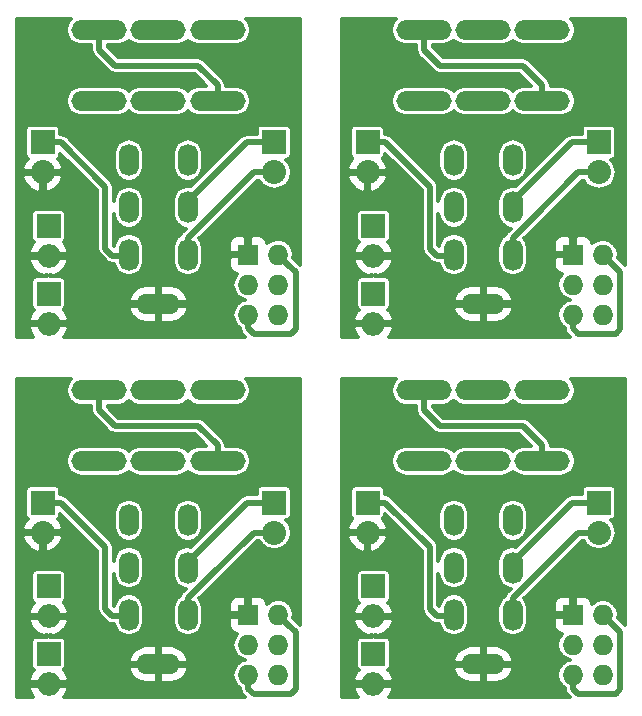
<source format=gtl>
%MOIN*%
%OFA0B0*%
%FSLAX46Y46*%
%IPPOS*%
%LPD*%
%ADD10C,0.0039370078740157488*%
%ADD11R,0.08X0.08*%
%ADD12O,0.08X0.08*%
%ADD13R,0.068X0.068*%
%ADD14O,0.068X0.068*%
%ADD15O,0.18503937007874016X0.066929133858267723*%
%ADD16O,0.066929133858267723X0.10629921259842522*%
%ADD17O,0.1456692913385827X0.066929133858267723*%
%ADD18O,0.0787X0.0787*%
%ADD19R,0.0787X0.0787*%
%ADD20C,0.01968503937007874*%
%ADD21C,0.011811023622047244*%
%ADD32C,0.0039370078740157488*%
%ADD33R,0.08X0.08*%
%ADD34O,0.08X0.08*%
%ADD35R,0.068X0.068*%
%ADD36O,0.068X0.068*%
%ADD37O,0.18503937007874016X0.066929133858267723*%
%ADD38O,0.066929133858267723X0.10629921259842522*%
%ADD39O,0.1456692913385827X0.066929133858267723*%
%ADD40O,0.0787X0.0787*%
%ADD41R,0.0787X0.0787*%
%ADD42C,0.01968503937007874*%
%ADD43C,0.011811023622047244*%
%ADD44C,0.0039370078740157488*%
%ADD45R,0.08X0.08*%
%ADD46O,0.08X0.08*%
%ADD47R,0.068X0.068*%
%ADD48O,0.068X0.068*%
%ADD49O,0.18503937007874016X0.066929133858267723*%
%ADD50O,0.066929133858267723X0.10629921259842522*%
%ADD51O,0.1456692913385827X0.066929133858267723*%
%ADD52O,0.0787X0.0787*%
%ADD53R,0.0787X0.0787*%
%ADD54C,0.01968503937007874*%
%ADD55C,0.011811023622047244*%
%ADD56C,0.0039370078740157488*%
%ADD57R,0.08X0.08*%
%ADD58O,0.08X0.08*%
%ADD59R,0.068X0.068*%
%ADD60O,0.068X0.068*%
%ADD61O,0.18503937007874016X0.066929133858267723*%
%ADD62O,0.066929133858267723X0.10629921259842522*%
%ADD63O,0.1456692913385827X0.066929133858267723*%
%ADD64O,0.0787X0.0787*%
%ADD65R,0.0787X0.0787*%
%ADD66C,0.01968503937007874*%
%ADD67C,0.011811023622047244*%
G01G01*
D10*
D11*
X-0004133858Y0003858267D02*
X0000877952Y0000669291D03*
D12*
X0000877952Y0000569291D03*
D13*
X0000791338Y0000295275D03*
D14*
X0000891338Y0000295275D03*
X0000791338Y0000195275D03*
X0000891338Y0000195275D03*
X0000791338Y0000095275D03*
X0000891338Y0000095275D03*
D15*
X0000688976Y0001043307D03*
X0000492125Y0001043307D03*
X0000295275Y0001043307D03*
X0000688976Y0000807086D03*
X0000492125Y0000807086D03*
X0000295275Y0000807086D03*
D16*
X0000393700Y0000610236D03*
X0000393700Y0000452755D03*
X0000393700Y0000295275D03*
X0000590551Y0000610236D03*
X0000590551Y0000452755D03*
X0000590551Y0000295275D03*
D17*
X0000492125Y0000129921D03*
D11*
X0000106299Y0000669291D03*
D12*
X0000106299Y0000569291D03*
D18*
X0000125984Y0000289763D03*
D19*
X0000125984Y0000389763D03*
D18*
X0000125984Y0000065354D03*
D19*
X0000125984Y0000165354D03*
D20*
X0000791338Y0000095275D02*
X0000791338Y0000049212D01*
X0000933070Y0000031496D02*
X0000948818Y0000047244D01*
X0000791338Y0000049212D02*
X0000809055Y0000031496D01*
X0000809055Y0000031496D02*
X0000933070Y0000031496D01*
X0000948818Y0000047244D02*
X0000948818Y0000237795D01*
X0000925338Y0000261275D02*
X0000891338Y0000295275D01*
X0000948818Y0000237795D02*
X0000925338Y0000261275D01*
X0000106299Y0000669291D02*
X0000165984Y0000669291D01*
X0000165984Y0000669291D02*
X0000314960Y0000520314D01*
X0000314960Y0000520314D02*
X0000314960Y0000314960D01*
X0000314960Y0000314960D02*
X0000338582Y0000291338D01*
X0000338582Y0000291338D02*
X0000393700Y0000291338D01*
X0000787401Y0000669291D02*
X0000877952Y0000669291D01*
X0000590551Y0000452755D02*
X0000590551Y0000472440D01*
X0000590551Y0000472440D02*
X0000787401Y0000669291D01*
X0000809448Y0000569291D02*
X0000877952Y0000569291D01*
X0000647638Y0000407480D02*
X0000809448Y0000569291D01*
X0000614197Y0000374015D02*
X0000647638Y0000407456D01*
X0000614172Y0000374015D02*
X0000614197Y0000374015D01*
X0000590551Y0000350393D02*
X0000614172Y0000374015D01*
X0000647638Y0000407456D02*
X0000647638Y0000407480D01*
X0000590551Y0000295275D02*
X0000590551Y0000350393D01*
X0000346456Y0000925196D02*
X0000295275Y0000976377D01*
X0000295275Y0000976377D02*
X0000295275Y0001043307D01*
X0000624015Y0000925196D02*
X0000346456Y0000925196D01*
X0000688976Y0000807086D02*
X0000688976Y0000860236D01*
X0000688976Y0000860236D02*
X0000624015Y0000925196D01*
D21*
G36*
X0000197870Y0001079497D02*
X0000186775Y0001062893D01*
X0000182879Y0001043307D01*
X0000186775Y0001023720D01*
X0000197870Y0001007116D01*
X0000214474Y0000996021D01*
X0000234060Y0000992125D01*
X0000267716Y0000992125D01*
X0000267716Y0000976377D01*
X0000269814Y0000965831D01*
X0000275788Y0000956890D01*
X0000326969Y0000905709D01*
X0000326969Y0000905709D01*
X0000331439Y0000902722D01*
X0000335910Y0000899735D01*
X0000346456Y0000897637D01*
X0000346456Y0000897637D01*
X0000612600Y0000897637D01*
X0000651970Y0000858267D01*
X0000627761Y0000858267D01*
X0000608175Y0000854371D01*
X0000591571Y0000843277D01*
X0000590551Y0000841750D01*
X0000589531Y0000843277D01*
X0000572926Y0000854371D01*
X0000553340Y0000858267D01*
X0000430911Y0000858267D01*
X0000411325Y0000854371D01*
X0000394720Y0000843277D01*
X0000393700Y0000841750D01*
X0000392680Y0000843277D01*
X0000376076Y0000854371D01*
X0000356490Y0000858267D01*
X0000234060Y0000858267D01*
X0000214474Y0000854371D01*
X0000197870Y0000843277D01*
X0000186775Y0000826672D01*
X0000182879Y0000807086D01*
X0000186775Y0000787500D01*
X0000197870Y0000770896D01*
X0000214474Y0000759801D01*
X0000234060Y0000755905D01*
X0000356490Y0000755905D01*
X0000376076Y0000759801D01*
X0000392680Y0000770896D01*
X0000393700Y0000772422D01*
X0000394720Y0000770896D01*
X0000411325Y0000759801D01*
X0000430911Y0000755905D01*
X0000553340Y0000755905D01*
X0000572926Y0000759801D01*
X0000589531Y0000770896D01*
X0000590551Y0000772422D01*
X0000591571Y0000770896D01*
X0000608175Y0000759801D01*
X0000627761Y0000755905D01*
X0000750191Y0000755905D01*
X0000769777Y0000759801D01*
X0000786381Y0000770896D01*
X0000797476Y0000787500D01*
X0000801372Y0000807086D01*
X0000797476Y0000826672D01*
X0000786381Y0000843277D01*
X0000769777Y0000854371D01*
X0000750191Y0000858267D01*
X0000716535Y0000858267D01*
X0000716535Y0000860236D01*
X0000714437Y0000870782D01*
X0000708463Y0000879723D01*
X0000708463Y0000879723D01*
X0000643502Y0000944684D01*
X0000634562Y0000950658D01*
X0000624015Y0000952755D01*
X0000357872Y0000952755D01*
X0000322834Y0000987793D01*
X0000322834Y0000992125D01*
X0000356490Y0000992125D01*
X0000376076Y0000996021D01*
X0000392680Y0001007116D01*
X0000393700Y0001008642D01*
X0000394720Y0001007116D01*
X0000411325Y0000996021D01*
X0000430911Y0000992125D01*
X0000553340Y0000992125D01*
X0000572926Y0000996021D01*
X0000589531Y0001007116D01*
X0000590551Y0001008642D01*
X0000591571Y0001007116D01*
X0000608175Y0000996021D01*
X0000627761Y0000992125D01*
X0000750191Y0000992125D01*
X0000769777Y0000996021D01*
X0000786381Y0001007116D01*
X0000797476Y0001023720D01*
X0000801372Y0001043307D01*
X0000797476Y0001062893D01*
X0000786381Y0001079497D01*
X0000783096Y0001081692D01*
X0000963582Y0001081692D01*
X0000963582Y0000262005D01*
X0000944825Y0000280762D01*
X0000944825Y0000280762D01*
X0000941786Y0000283802D01*
X0000944068Y0000295275D01*
X0000940131Y0000315066D01*
X0000928920Y0000331844D01*
X0000912142Y0000343055D01*
X0000892351Y0000346992D01*
X0000890325Y0000346992D01*
X0000870534Y0000343055D01*
X0000854866Y0000332586D01*
X0000854866Y0000335148D01*
X0000850370Y0000346001D01*
X0000842064Y0000354307D01*
X0000831211Y0000358803D01*
X0000804625Y0000358803D01*
X0000797244Y0000351421D01*
X0000797244Y0000301181D01*
X0000798031Y0000301181D01*
X0000798031Y0000289370D01*
X0000797244Y0000289370D01*
X0000797244Y0000288582D01*
X0000785433Y0000288582D01*
X0000785433Y0000289370D01*
X0000735192Y0000289370D01*
X0000727811Y0000281988D01*
X0000727811Y0000255402D01*
X0000732306Y0000244549D01*
X0000740612Y0000236243D01*
X0000751465Y0000231747D01*
X0000753691Y0000231747D01*
X0000742545Y0000215066D01*
X0000738608Y0000195275D01*
X0000742545Y0000175484D01*
X0000753756Y0000158706D01*
X0000770534Y0000147495D01*
X0000781695Y0000145275D01*
X0000770534Y0000143055D01*
X0000753756Y0000131844D01*
X0000742545Y0000115066D01*
X0000738608Y0000095275D01*
X0000742545Y0000075484D01*
X0000753756Y0000058706D01*
X0000763779Y0000052009D01*
X0000763779Y0000049212D01*
X0000765877Y0000038666D01*
X0000771851Y0000029725D01*
X0000780907Y0000020669D01*
X0000177245Y0000020669D01*
X0000181410Y0000024462D01*
X0000192839Y0000048786D01*
X0000187226Y0000059448D01*
X0000131889Y0000059448D01*
X0000131889Y0000058661D01*
X0000120078Y0000058661D01*
X0000120078Y0000059448D01*
X0000064741Y0000059448D01*
X0000059128Y0000048786D01*
X0000070558Y0000024462D01*
X0000074722Y0000020669D01*
X0000020669Y0000020669D01*
X0000020669Y0000273195D01*
X0000059128Y0000273195D01*
X0000070558Y0000248872D01*
X0000090425Y0000230774D01*
X0000109416Y0000222908D01*
X0000120078Y0000228552D01*
X0000120078Y0000222767D01*
X0000086634Y0000222767D01*
X0000080068Y0000221532D01*
X0000074038Y0000217652D01*
X0000069993Y0000211732D01*
X0000068570Y0000204704D01*
X0000068570Y0000126004D01*
X0000069805Y0000119438D01*
X0000073686Y0000113409D01*
X0000076392Y0000111560D01*
X0000070558Y0000106245D01*
X0000059128Y0000081922D01*
X0000064741Y0000071259D01*
X0000120078Y0000071259D01*
X0000120078Y0000072047D01*
X0000131889Y0000072047D01*
X0000131889Y0000071259D01*
X0000187226Y0000071259D01*
X0000192839Y0000081922D01*
X0000181410Y0000106245D01*
X0000175588Y0000111549D01*
X0000177929Y0000113056D01*
X0000178764Y0000114277D01*
X0000391737Y0000114277D01*
X0000392298Y0000111271D01*
X0000404037Y0000089554D01*
X0000423193Y0000073984D01*
X0000446850Y0000066929D01*
X0000486220Y0000066929D01*
X0000486220Y0000124015D01*
X0000498031Y0000124015D01*
X0000498031Y0000066929D01*
X0000537401Y0000066929D01*
X0000561058Y0000073984D01*
X0000580214Y0000089554D01*
X0000591953Y0000111271D01*
X0000592514Y0000114277D01*
X0000586791Y0000124015D01*
X0000498031Y0000124015D01*
X0000486220Y0000124015D01*
X0000397460Y0000124015D01*
X0000391737Y0000114277D01*
X0000178764Y0000114277D01*
X0000181974Y0000118976D01*
X0000183397Y0000126004D01*
X0000183397Y0000145564D01*
X0000391737Y0000145564D01*
X0000397460Y0000135826D01*
X0000486220Y0000135826D01*
X0000486220Y0000192913D01*
X0000498031Y0000192913D01*
X0000498031Y0000135826D01*
X0000586791Y0000135826D01*
X0000592514Y0000145564D01*
X0000591953Y0000148571D01*
X0000580214Y0000170287D01*
X0000561058Y0000185858D01*
X0000537401Y0000192913D01*
X0000498031Y0000192913D01*
X0000486220Y0000192913D01*
X0000446850Y0000192913D01*
X0000423193Y0000185858D01*
X0000404037Y0000170287D01*
X0000392298Y0000148571D01*
X0000391737Y0000145564D01*
X0000183397Y0000145564D01*
X0000183397Y0000204704D01*
X0000182162Y0000211269D01*
X0000178282Y0000217299D01*
X0000172361Y0000221344D01*
X0000165334Y0000222767D01*
X0000131889Y0000222767D01*
X0000131889Y0000228552D01*
X0000142552Y0000222908D01*
X0000161542Y0000230774D01*
X0000181410Y0000248872D01*
X0000192839Y0000273195D01*
X0000187226Y0000283858D01*
X0000131889Y0000283858D01*
X0000131889Y0000283070D01*
X0000120078Y0000283070D01*
X0000120078Y0000283858D01*
X0000064741Y0000283858D01*
X0000059128Y0000273195D01*
X0000020669Y0000273195D01*
X0000020669Y0000306331D01*
X0000059128Y0000306331D01*
X0000064741Y0000295669D01*
X0000120078Y0000295669D01*
X0000120078Y0000296456D01*
X0000131889Y0000296456D01*
X0000131889Y0000295669D01*
X0000187226Y0000295669D01*
X0000192839Y0000306331D01*
X0000181410Y0000330655D01*
X0000175588Y0000335958D01*
X0000177929Y0000337465D01*
X0000181974Y0000343385D01*
X0000183397Y0000350413D01*
X0000183397Y0000429113D01*
X0000182162Y0000435679D01*
X0000178282Y0000441708D01*
X0000172361Y0000445754D01*
X0000165334Y0000447177D01*
X0000086634Y0000447177D01*
X0000080068Y0000445942D01*
X0000074038Y0000442061D01*
X0000069993Y0000436141D01*
X0000068570Y0000429113D01*
X0000068570Y0000350413D01*
X0000069805Y0000343848D01*
X0000073686Y0000337818D01*
X0000076392Y0000335969D01*
X0000070558Y0000330655D01*
X0000059128Y0000306331D01*
X0000020669Y0000306331D01*
X0000020669Y0000552621D01*
X0000038799Y0000552621D01*
X0000046782Y0000533349D01*
X0000065066Y0000513308D01*
X0000089629Y0000501791D01*
X0000100393Y0000507396D01*
X0000100393Y0000563385D01*
X0000112204Y0000563385D01*
X0000112204Y0000507396D01*
X0000122969Y0000501791D01*
X0000147531Y0000513308D01*
X0000165816Y0000533349D01*
X0000173798Y0000552621D01*
X0000168163Y0000563385D01*
X0000112204Y0000563385D01*
X0000100393Y0000563385D01*
X0000044434Y0000563385D01*
X0000038799Y0000552621D01*
X0000020669Y0000552621D01*
X0000020669Y0000585961D01*
X0000038799Y0000585961D01*
X0000044434Y0000575196D01*
X0000100393Y0000575196D01*
X0000100393Y0000575984D01*
X0000112204Y0000575984D01*
X0000112204Y0000575196D01*
X0000168163Y0000575196D01*
X0000173798Y0000585961D01*
X0000165816Y0000605233D01*
X0000156868Y0000615039D01*
X0000158894Y0000616343D01*
X0000162939Y0000622263D01*
X0000164362Y0000629291D01*
X0000164362Y0000631938D01*
X0000287401Y0000508899D01*
X0000287401Y0000314960D01*
X0000289499Y0000304414D01*
X0000295473Y0000295473D01*
X0000319095Y0000271851D01*
X0000328036Y0000265877D01*
X0000338582Y0000263779D01*
X0000344592Y0000263779D01*
X0000346415Y0000254616D01*
X0000357510Y0000238011D01*
X0000374114Y0000226917D01*
X0000393700Y0000223021D01*
X0000413286Y0000226917D01*
X0000429891Y0000238011D01*
X0000440985Y0000254616D01*
X0000444881Y0000274202D01*
X0000444881Y0000316348D01*
X0000440985Y0000335935D01*
X0000429891Y0000352539D01*
X0000413286Y0000363634D01*
X0000393700Y0000367530D01*
X0000374114Y0000363634D01*
X0000357510Y0000352539D01*
X0000346415Y0000335935D01*
X0000344183Y0000324712D01*
X0000342519Y0000326375D01*
X0000342519Y0000431682D01*
X0000346415Y0000412096D01*
X0000357510Y0000395491D01*
X0000374114Y0000384397D01*
X0000393700Y0000380501D01*
X0000413286Y0000384397D01*
X0000429891Y0000395491D01*
X0000440985Y0000412096D01*
X0000444881Y0000431682D01*
X0000444881Y0000473829D01*
X0000539370Y0000473829D01*
X0000539370Y0000431682D01*
X0000543266Y0000412096D01*
X0000554360Y0000395491D01*
X0000570965Y0000384397D01*
X0000583155Y0000381972D01*
X0000571063Y0000369880D01*
X0000565089Y0000360940D01*
X0000565089Y0000360940D01*
X0000564807Y0000359519D01*
X0000554360Y0000352539D01*
X0000543266Y0000335935D01*
X0000539370Y0000316348D01*
X0000539370Y0000274202D01*
X0000543266Y0000254616D01*
X0000554360Y0000238011D01*
X0000570965Y0000226917D01*
X0000590551Y0000223021D01*
X0000610137Y0000226917D01*
X0000626741Y0000238011D01*
X0000637836Y0000254616D01*
X0000641732Y0000274202D01*
X0000641732Y0000316348D01*
X0000637992Y0000335148D01*
X0000727811Y0000335148D01*
X0000727811Y0000308562D01*
X0000735192Y0000301181D01*
X0000785433Y0000301181D01*
X0000785433Y0000351421D01*
X0000778051Y0000358803D01*
X0000751465Y0000358803D01*
X0000740612Y0000354307D01*
X0000732306Y0000346001D01*
X0000727811Y0000335148D01*
X0000637992Y0000335148D01*
X0000637836Y0000335935D01*
X0000628716Y0000349584D01*
X0000633610Y0000354478D01*
X0000633684Y0000354528D01*
X0000667125Y0000387968D01*
X0000667174Y0000388042D01*
X0000820864Y0000541732D01*
X0000827155Y0000541732D01*
X0000836010Y0000528479D01*
X0000854734Y0000515968D01*
X0000876822Y0000511574D01*
X0000879083Y0000511574D01*
X0000901170Y0000515968D01*
X0000919895Y0000528479D01*
X0000932406Y0000547204D01*
X0000936800Y0000569291D01*
X0000932406Y0000591378D01*
X0000919895Y0000610103D01*
X0000918155Y0000611265D01*
X0000924518Y0000612463D01*
X0000930547Y0000616343D01*
X0000934593Y0000622263D01*
X0000936016Y0000629291D01*
X0000936016Y0000709291D01*
X0000934780Y0000715856D01*
X0000930900Y0000721886D01*
X0000924980Y0000725931D01*
X0000917952Y0000727354D01*
X0000837952Y0000727354D01*
X0000831387Y0000726119D01*
X0000825357Y0000722239D01*
X0000821312Y0000716319D01*
X0000819889Y0000709291D01*
X0000819889Y0000696850D01*
X0000787401Y0000696850D01*
X0000776855Y0000694752D01*
X0000767914Y0000688778D01*
X0000601890Y0000522754D01*
X0000590551Y0000525010D01*
X0000570965Y0000521114D01*
X0000554360Y0000510019D01*
X0000543266Y0000493415D01*
X0000539370Y0000473829D01*
X0000444881Y0000473829D01*
X0000440985Y0000493415D01*
X0000429891Y0000510019D01*
X0000413286Y0000521114D01*
X0000393700Y0000525010D01*
X0000374114Y0000521114D01*
X0000357510Y0000510019D01*
X0000346415Y0000493415D01*
X0000342519Y0000473829D01*
X0000342519Y0000520314D01*
X0000340421Y0000530861D01*
X0000340421Y0000530861D01*
X0000334447Y0000539802D01*
X0000242940Y0000631309D01*
X0000342519Y0000631309D01*
X0000342519Y0000589162D01*
X0000346415Y0000569576D01*
X0000357510Y0000552972D01*
X0000374114Y0000541877D01*
X0000393700Y0000537981D01*
X0000413286Y0000541877D01*
X0000429891Y0000552972D01*
X0000440985Y0000569576D01*
X0000444881Y0000589162D01*
X0000444881Y0000631309D01*
X0000539370Y0000631309D01*
X0000539370Y0000589162D01*
X0000543266Y0000569576D01*
X0000554360Y0000552972D01*
X0000570965Y0000541877D01*
X0000590551Y0000537981D01*
X0000610137Y0000541877D01*
X0000626741Y0000552972D01*
X0000637836Y0000569576D01*
X0000641732Y0000589162D01*
X0000641732Y0000631309D01*
X0000637836Y0000650895D01*
X0000626741Y0000667500D01*
X0000610137Y0000678594D01*
X0000590551Y0000682490D01*
X0000570965Y0000678594D01*
X0000554360Y0000667500D01*
X0000543266Y0000650895D01*
X0000539370Y0000631309D01*
X0000444881Y0000631309D01*
X0000440985Y0000650895D01*
X0000429891Y0000667500D01*
X0000413286Y0000678594D01*
X0000393700Y0000682490D01*
X0000374114Y0000678594D01*
X0000357510Y0000667500D01*
X0000346415Y0000650895D01*
X0000342519Y0000631309D01*
X0000242940Y0000631309D01*
X0000185471Y0000688778D01*
X0000176530Y0000694752D01*
X0000165984Y0000696850D01*
X0000164362Y0000696850D01*
X0000164362Y0000709291D01*
X0000163127Y0000715856D01*
X0000159247Y0000721886D01*
X0000153326Y0000725931D01*
X0000146299Y0000727354D01*
X0000066299Y0000727354D01*
X0000059733Y0000726119D01*
X0000053703Y0000722239D01*
X0000049658Y0000716319D01*
X0000048235Y0000709291D01*
X0000048235Y0000629291D01*
X0000049470Y0000622725D01*
X0000053351Y0000616696D01*
X0000055746Y0000615059D01*
X0000046782Y0000605233D01*
X0000038799Y0000585961D01*
X0000020669Y0000585961D01*
X0000020669Y0001081692D01*
X0000201155Y0001081692D01*
X0000197870Y0001079497D01*
X0000197870Y0001079497D01*
G37*
X0000197870Y0001079497D02*
X0000186775Y0001062893D01*
X0000182879Y0001043307D01*
X0000186775Y0001023720D01*
X0000197870Y0001007116D01*
X0000214474Y0000996021D01*
X0000234060Y0000992125D01*
X0000267716Y0000992125D01*
X0000267716Y0000976377D01*
X0000269814Y0000965831D01*
X0000275788Y0000956890D01*
X0000326969Y0000905709D01*
X0000326969Y0000905709D01*
X0000331439Y0000902722D01*
X0000335910Y0000899735D01*
X0000346456Y0000897637D01*
X0000346456Y0000897637D01*
X0000612600Y0000897637D01*
X0000651970Y0000858267D01*
X0000627761Y0000858267D01*
X0000608175Y0000854371D01*
X0000591571Y0000843277D01*
X0000590551Y0000841750D01*
X0000589531Y0000843277D01*
X0000572926Y0000854371D01*
X0000553340Y0000858267D01*
X0000430911Y0000858267D01*
X0000411325Y0000854371D01*
X0000394720Y0000843277D01*
X0000393700Y0000841750D01*
X0000392680Y0000843277D01*
X0000376076Y0000854371D01*
X0000356490Y0000858267D01*
X0000234060Y0000858267D01*
X0000214474Y0000854371D01*
X0000197870Y0000843277D01*
X0000186775Y0000826672D01*
X0000182879Y0000807086D01*
X0000186775Y0000787500D01*
X0000197870Y0000770896D01*
X0000214474Y0000759801D01*
X0000234060Y0000755905D01*
X0000356490Y0000755905D01*
X0000376076Y0000759801D01*
X0000392680Y0000770896D01*
X0000393700Y0000772422D01*
X0000394720Y0000770896D01*
X0000411325Y0000759801D01*
X0000430911Y0000755905D01*
X0000553340Y0000755905D01*
X0000572926Y0000759801D01*
X0000589531Y0000770896D01*
X0000590551Y0000772422D01*
X0000591571Y0000770896D01*
X0000608175Y0000759801D01*
X0000627761Y0000755905D01*
X0000750191Y0000755905D01*
X0000769777Y0000759801D01*
X0000786381Y0000770896D01*
X0000797476Y0000787500D01*
X0000801372Y0000807086D01*
X0000797476Y0000826672D01*
X0000786381Y0000843277D01*
X0000769777Y0000854371D01*
X0000750191Y0000858267D01*
X0000716535Y0000858267D01*
X0000716535Y0000860236D01*
X0000714437Y0000870782D01*
X0000708463Y0000879723D01*
X0000708463Y0000879723D01*
X0000643502Y0000944684D01*
X0000634562Y0000950658D01*
X0000624015Y0000952755D01*
X0000357872Y0000952755D01*
X0000322834Y0000987793D01*
X0000322834Y0000992125D01*
X0000356490Y0000992125D01*
X0000376076Y0000996021D01*
X0000392680Y0001007116D01*
X0000393700Y0001008642D01*
X0000394720Y0001007116D01*
X0000411325Y0000996021D01*
X0000430911Y0000992125D01*
X0000553340Y0000992125D01*
X0000572926Y0000996021D01*
X0000589531Y0001007116D01*
X0000590551Y0001008642D01*
X0000591571Y0001007116D01*
X0000608175Y0000996021D01*
X0000627761Y0000992125D01*
X0000750191Y0000992125D01*
X0000769777Y0000996021D01*
X0000786381Y0001007116D01*
X0000797476Y0001023720D01*
X0000801372Y0001043307D01*
X0000797476Y0001062893D01*
X0000786381Y0001079497D01*
X0000783096Y0001081692D01*
X0000963582Y0001081692D01*
X0000963582Y0000262005D01*
X0000944825Y0000280762D01*
X0000944825Y0000280762D01*
X0000941786Y0000283802D01*
X0000944068Y0000295275D01*
X0000940131Y0000315066D01*
X0000928920Y0000331844D01*
X0000912142Y0000343055D01*
X0000892351Y0000346992D01*
X0000890325Y0000346992D01*
X0000870534Y0000343055D01*
X0000854866Y0000332586D01*
X0000854866Y0000335148D01*
X0000850370Y0000346001D01*
X0000842064Y0000354307D01*
X0000831211Y0000358803D01*
X0000804625Y0000358803D01*
X0000797244Y0000351421D01*
X0000797244Y0000301181D01*
X0000798031Y0000301181D01*
X0000798031Y0000289370D01*
X0000797244Y0000289370D01*
X0000797244Y0000288582D01*
X0000785433Y0000288582D01*
X0000785433Y0000289370D01*
X0000735192Y0000289370D01*
X0000727811Y0000281988D01*
X0000727811Y0000255402D01*
X0000732306Y0000244549D01*
X0000740612Y0000236243D01*
X0000751465Y0000231747D01*
X0000753691Y0000231747D01*
X0000742545Y0000215066D01*
X0000738608Y0000195275D01*
X0000742545Y0000175484D01*
X0000753756Y0000158706D01*
X0000770534Y0000147495D01*
X0000781695Y0000145275D01*
X0000770534Y0000143055D01*
X0000753756Y0000131844D01*
X0000742545Y0000115066D01*
X0000738608Y0000095275D01*
X0000742545Y0000075484D01*
X0000753756Y0000058706D01*
X0000763779Y0000052009D01*
X0000763779Y0000049212D01*
X0000765877Y0000038666D01*
X0000771851Y0000029725D01*
X0000780907Y0000020669D01*
X0000177245Y0000020669D01*
X0000181410Y0000024462D01*
X0000192839Y0000048786D01*
X0000187226Y0000059448D01*
X0000131889Y0000059448D01*
X0000131889Y0000058661D01*
X0000120078Y0000058661D01*
X0000120078Y0000059448D01*
X0000064741Y0000059448D01*
X0000059128Y0000048786D01*
X0000070558Y0000024462D01*
X0000074722Y0000020669D01*
X0000020669Y0000020669D01*
X0000020669Y0000273195D01*
X0000059128Y0000273195D01*
X0000070558Y0000248872D01*
X0000090425Y0000230774D01*
X0000109416Y0000222908D01*
X0000120078Y0000228552D01*
X0000120078Y0000222767D01*
X0000086634Y0000222767D01*
X0000080068Y0000221532D01*
X0000074038Y0000217652D01*
X0000069993Y0000211732D01*
X0000068570Y0000204704D01*
X0000068570Y0000126004D01*
X0000069805Y0000119438D01*
X0000073686Y0000113409D01*
X0000076392Y0000111560D01*
X0000070558Y0000106245D01*
X0000059128Y0000081922D01*
X0000064741Y0000071259D01*
X0000120078Y0000071259D01*
X0000120078Y0000072047D01*
X0000131889Y0000072047D01*
X0000131889Y0000071259D01*
X0000187226Y0000071259D01*
X0000192839Y0000081922D01*
X0000181410Y0000106245D01*
X0000175588Y0000111549D01*
X0000177929Y0000113056D01*
X0000178764Y0000114277D01*
X0000391737Y0000114277D01*
X0000392298Y0000111271D01*
X0000404037Y0000089554D01*
X0000423193Y0000073984D01*
X0000446850Y0000066929D01*
X0000486220Y0000066929D01*
X0000486220Y0000124015D01*
X0000498031Y0000124015D01*
X0000498031Y0000066929D01*
X0000537401Y0000066929D01*
X0000561058Y0000073984D01*
X0000580214Y0000089554D01*
X0000591953Y0000111271D01*
X0000592514Y0000114277D01*
X0000586791Y0000124015D01*
X0000498031Y0000124015D01*
X0000486220Y0000124015D01*
X0000397460Y0000124015D01*
X0000391737Y0000114277D01*
X0000178764Y0000114277D01*
X0000181974Y0000118976D01*
X0000183397Y0000126004D01*
X0000183397Y0000145564D01*
X0000391737Y0000145564D01*
X0000397460Y0000135826D01*
X0000486220Y0000135826D01*
X0000486220Y0000192913D01*
X0000498031Y0000192913D01*
X0000498031Y0000135826D01*
X0000586791Y0000135826D01*
X0000592514Y0000145564D01*
X0000591953Y0000148571D01*
X0000580214Y0000170287D01*
X0000561058Y0000185858D01*
X0000537401Y0000192913D01*
X0000498031Y0000192913D01*
X0000486220Y0000192913D01*
X0000446850Y0000192913D01*
X0000423193Y0000185858D01*
X0000404037Y0000170287D01*
X0000392298Y0000148571D01*
X0000391737Y0000145564D01*
X0000183397Y0000145564D01*
X0000183397Y0000204704D01*
X0000182162Y0000211269D01*
X0000178282Y0000217299D01*
X0000172361Y0000221344D01*
X0000165334Y0000222767D01*
X0000131889Y0000222767D01*
X0000131889Y0000228552D01*
X0000142552Y0000222908D01*
X0000161542Y0000230774D01*
X0000181410Y0000248872D01*
X0000192839Y0000273195D01*
X0000187226Y0000283858D01*
X0000131889Y0000283858D01*
X0000131889Y0000283070D01*
X0000120078Y0000283070D01*
X0000120078Y0000283858D01*
X0000064741Y0000283858D01*
X0000059128Y0000273195D01*
X0000020669Y0000273195D01*
X0000020669Y0000306331D01*
X0000059128Y0000306331D01*
X0000064741Y0000295669D01*
X0000120078Y0000295669D01*
X0000120078Y0000296456D01*
X0000131889Y0000296456D01*
X0000131889Y0000295669D01*
X0000187226Y0000295669D01*
X0000192839Y0000306331D01*
X0000181410Y0000330655D01*
X0000175588Y0000335958D01*
X0000177929Y0000337465D01*
X0000181974Y0000343385D01*
X0000183397Y0000350413D01*
X0000183397Y0000429113D01*
X0000182162Y0000435679D01*
X0000178282Y0000441708D01*
X0000172361Y0000445754D01*
X0000165334Y0000447177D01*
X0000086634Y0000447177D01*
X0000080068Y0000445942D01*
X0000074038Y0000442061D01*
X0000069993Y0000436141D01*
X0000068570Y0000429113D01*
X0000068570Y0000350413D01*
X0000069805Y0000343848D01*
X0000073686Y0000337818D01*
X0000076392Y0000335969D01*
X0000070558Y0000330655D01*
X0000059128Y0000306331D01*
X0000020669Y0000306331D01*
X0000020669Y0000552621D01*
X0000038799Y0000552621D01*
X0000046782Y0000533349D01*
X0000065066Y0000513308D01*
X0000089629Y0000501791D01*
X0000100393Y0000507396D01*
X0000100393Y0000563385D01*
X0000112204Y0000563385D01*
X0000112204Y0000507396D01*
X0000122969Y0000501791D01*
X0000147531Y0000513308D01*
X0000165816Y0000533349D01*
X0000173798Y0000552621D01*
X0000168163Y0000563385D01*
X0000112204Y0000563385D01*
X0000100393Y0000563385D01*
X0000044434Y0000563385D01*
X0000038799Y0000552621D01*
X0000020669Y0000552621D01*
X0000020669Y0000585961D01*
X0000038799Y0000585961D01*
X0000044434Y0000575196D01*
X0000100393Y0000575196D01*
X0000100393Y0000575984D01*
X0000112204Y0000575984D01*
X0000112204Y0000575196D01*
X0000168163Y0000575196D01*
X0000173798Y0000585961D01*
X0000165816Y0000605233D01*
X0000156868Y0000615039D01*
X0000158894Y0000616343D01*
X0000162939Y0000622263D01*
X0000164362Y0000629291D01*
X0000164362Y0000631938D01*
X0000287401Y0000508899D01*
X0000287401Y0000314960D01*
X0000289499Y0000304414D01*
X0000295473Y0000295473D01*
X0000319095Y0000271851D01*
X0000328036Y0000265877D01*
X0000338582Y0000263779D01*
X0000344592Y0000263779D01*
X0000346415Y0000254616D01*
X0000357510Y0000238011D01*
X0000374114Y0000226917D01*
X0000393700Y0000223021D01*
X0000413286Y0000226917D01*
X0000429891Y0000238011D01*
X0000440985Y0000254616D01*
X0000444881Y0000274202D01*
X0000444881Y0000316348D01*
X0000440985Y0000335935D01*
X0000429891Y0000352539D01*
X0000413286Y0000363634D01*
X0000393700Y0000367530D01*
X0000374114Y0000363634D01*
X0000357510Y0000352539D01*
X0000346415Y0000335935D01*
X0000344183Y0000324712D01*
X0000342519Y0000326375D01*
X0000342519Y0000431682D01*
X0000346415Y0000412096D01*
X0000357510Y0000395491D01*
X0000374114Y0000384397D01*
X0000393700Y0000380501D01*
X0000413286Y0000384397D01*
X0000429891Y0000395491D01*
X0000440985Y0000412096D01*
X0000444881Y0000431682D01*
X0000444881Y0000473829D01*
X0000539370Y0000473829D01*
X0000539370Y0000431682D01*
X0000543266Y0000412096D01*
X0000554360Y0000395491D01*
X0000570965Y0000384397D01*
X0000583155Y0000381972D01*
X0000571063Y0000369880D01*
X0000565089Y0000360940D01*
X0000565089Y0000360940D01*
X0000564807Y0000359519D01*
X0000554360Y0000352539D01*
X0000543266Y0000335935D01*
X0000539370Y0000316348D01*
X0000539370Y0000274202D01*
X0000543266Y0000254616D01*
X0000554360Y0000238011D01*
X0000570965Y0000226917D01*
X0000590551Y0000223021D01*
X0000610137Y0000226917D01*
X0000626741Y0000238011D01*
X0000637836Y0000254616D01*
X0000641732Y0000274202D01*
X0000641732Y0000316348D01*
X0000637992Y0000335148D01*
X0000727811Y0000335148D01*
X0000727811Y0000308562D01*
X0000735192Y0000301181D01*
X0000785433Y0000301181D01*
X0000785433Y0000351421D01*
X0000778051Y0000358803D01*
X0000751465Y0000358803D01*
X0000740612Y0000354307D01*
X0000732306Y0000346001D01*
X0000727811Y0000335148D01*
X0000637992Y0000335148D01*
X0000637836Y0000335935D01*
X0000628716Y0000349584D01*
X0000633610Y0000354478D01*
X0000633684Y0000354528D01*
X0000667125Y0000387968D01*
X0000667174Y0000388042D01*
X0000820864Y0000541732D01*
X0000827155Y0000541732D01*
X0000836010Y0000528479D01*
X0000854734Y0000515968D01*
X0000876822Y0000511574D01*
X0000879083Y0000511574D01*
X0000901170Y0000515968D01*
X0000919895Y0000528479D01*
X0000932406Y0000547204D01*
X0000936800Y0000569291D01*
X0000932406Y0000591378D01*
X0000919895Y0000610103D01*
X0000918155Y0000611265D01*
X0000924518Y0000612463D01*
X0000930547Y0000616343D01*
X0000934593Y0000622263D01*
X0000936016Y0000629291D01*
X0000936016Y0000709291D01*
X0000934780Y0000715856D01*
X0000930900Y0000721886D01*
X0000924980Y0000725931D01*
X0000917952Y0000727354D01*
X0000837952Y0000727354D01*
X0000831387Y0000726119D01*
X0000825357Y0000722239D01*
X0000821312Y0000716319D01*
X0000819889Y0000709291D01*
X0000819889Y0000696850D01*
X0000787401Y0000696850D01*
X0000776855Y0000694752D01*
X0000767914Y0000688778D01*
X0000601890Y0000522754D01*
X0000590551Y0000525010D01*
X0000570965Y0000521114D01*
X0000554360Y0000510019D01*
X0000543266Y0000493415D01*
X0000539370Y0000473829D01*
X0000444881Y0000473829D01*
X0000440985Y0000493415D01*
X0000429891Y0000510019D01*
X0000413286Y0000521114D01*
X0000393700Y0000525010D01*
X0000374114Y0000521114D01*
X0000357510Y0000510019D01*
X0000346415Y0000493415D01*
X0000342519Y0000473829D01*
X0000342519Y0000520314D01*
X0000340421Y0000530861D01*
X0000340421Y0000530861D01*
X0000334447Y0000539802D01*
X0000242940Y0000631309D01*
X0000342519Y0000631309D01*
X0000342519Y0000589162D01*
X0000346415Y0000569576D01*
X0000357510Y0000552972D01*
X0000374114Y0000541877D01*
X0000393700Y0000537981D01*
X0000413286Y0000541877D01*
X0000429891Y0000552972D01*
X0000440985Y0000569576D01*
X0000444881Y0000589162D01*
X0000444881Y0000631309D01*
X0000539370Y0000631309D01*
X0000539370Y0000589162D01*
X0000543266Y0000569576D01*
X0000554360Y0000552972D01*
X0000570965Y0000541877D01*
X0000590551Y0000537981D01*
X0000610137Y0000541877D01*
X0000626741Y0000552972D01*
X0000637836Y0000569576D01*
X0000641732Y0000589162D01*
X0000641732Y0000631309D01*
X0000637836Y0000650895D01*
X0000626741Y0000667500D01*
X0000610137Y0000678594D01*
X0000590551Y0000682490D01*
X0000570965Y0000678594D01*
X0000554360Y0000667500D01*
X0000543266Y0000650895D01*
X0000539370Y0000631309D01*
X0000444881Y0000631309D01*
X0000440985Y0000650895D01*
X0000429891Y0000667500D01*
X0000413286Y0000678594D01*
X0000393700Y0000682490D01*
X0000374114Y0000678594D01*
X0000357510Y0000667500D01*
X0000346415Y0000650895D01*
X0000342519Y0000631309D01*
X0000242940Y0000631309D01*
X0000185471Y0000688778D01*
X0000176530Y0000694752D01*
X0000165984Y0000696850D01*
X0000164362Y0000696850D01*
X0000164362Y0000709291D01*
X0000163127Y0000715856D01*
X0000159247Y0000721886D01*
X0000153326Y0000725931D01*
X0000146299Y0000727354D01*
X0000066299Y0000727354D01*
X0000059733Y0000726119D01*
X0000053703Y0000722239D01*
X0000049658Y0000716319D01*
X0000048235Y0000709291D01*
X0000048235Y0000629291D01*
X0000049470Y0000622725D01*
X0000053351Y0000616696D01*
X0000055746Y0000615059D01*
X0000046782Y0000605233D01*
X0000038799Y0000585961D01*
X0000020669Y0000585961D01*
X0000020669Y0001081692D01*
X0000201155Y0001081692D01*
X0000197870Y0001079497D01*
G36*
X0000897244Y0000101181D02*
X0000898031Y0000101181D01*
X0000898031Y0000089370D01*
X0000897244Y0000089370D01*
X0000897244Y0000088582D01*
X0000885433Y0000088582D01*
X0000885433Y0000089370D01*
X0000884645Y0000089370D01*
X0000884645Y0000101181D01*
X0000885433Y0000101181D01*
X0000885433Y0000101968D01*
X0000897244Y0000101968D01*
X0000897244Y0000101181D01*
X0000897244Y0000101181D01*
G37*
X0000897244Y0000101181D02*
X0000898031Y0000101181D01*
X0000898031Y0000089370D01*
X0000897244Y0000089370D01*
X0000897244Y0000088582D01*
X0000885433Y0000088582D01*
X0000885433Y0000089370D01*
X0000884645Y0000089370D01*
X0000884645Y0000101181D01*
X0000885433Y0000101181D01*
X0000885433Y0000101968D01*
X0000897244Y0000101968D01*
X0000897244Y0000101181D01*
G04 next file*
G04 #@! TF.FileFunction,Copper,L1,Top,Signal*
G04 Gerber Fmt 4.6, Leading zero omitted, Abs format (unit mm)*
G04 Created by KiCad (PCBNEW 4.0.4-1.fc24-product) date Mon Aug 27 11:40:24 2018*
G01G01*
G04 APERTURE LIST*
G04 APERTURE END LIST*
D32*
D33*
X-0004133858Y0005059055D02*
X0000877952Y0001870078D03*
D34*
X0000877952Y0001770078D03*
D35*
X0000791338Y0001496062D03*
D36*
X0000891338Y0001496062D03*
X0000791338Y0001396062D03*
X0000891338Y0001396062D03*
X0000791338Y0001296062D03*
X0000891338Y0001296062D03*
D37*
X0000688976Y0002244094D03*
X0000492125Y0002244094D03*
X0000295275Y0002244094D03*
X0000688976Y0002007874D03*
X0000492125Y0002007874D03*
X0000295275Y0002007874D03*
D38*
X0000393700Y0001811023D03*
X0000393700Y0001653543D03*
X0000393700Y0001496062D03*
X0000590551Y0001811023D03*
X0000590551Y0001653543D03*
X0000590551Y0001496062D03*
D39*
X0000492125Y0001330708D03*
D33*
X0000106299Y0001870078D03*
D34*
X0000106299Y0001770078D03*
D40*
X0000125984Y0001490551D03*
D41*
X0000125984Y0001590551D03*
D40*
X0000125984Y0001266141D03*
D41*
X0000125984Y0001366141D03*
D42*
X0000791338Y0001296062D02*
X0000791338Y0001250000D01*
X0000933070Y0001232283D02*
X0000948818Y0001248031D01*
X0000791338Y0001250000D02*
X0000809055Y0001232283D01*
X0000809055Y0001232283D02*
X0000933070Y0001232283D01*
X0000948818Y0001248031D02*
X0000948818Y0001438582D01*
X0000925338Y0001462063D02*
X0000891338Y0001496062D01*
X0000948818Y0001438582D02*
X0000925338Y0001462063D01*
X0000106299Y0001870078D02*
X0000165984Y0001870078D01*
X0000165984Y0001870078D02*
X0000314960Y0001721102D01*
X0000314960Y0001721102D02*
X0000314960Y0001515748D01*
X0000314960Y0001515748D02*
X0000338582Y0001492125D01*
X0000338582Y0001492125D02*
X0000393700Y0001492125D01*
X0000787401Y0001870078D02*
X0000877952Y0001870078D01*
X0000590551Y0001653543D02*
X0000590551Y0001673228D01*
X0000590551Y0001673228D02*
X0000787401Y0001870078D01*
X0000809448Y0001770078D02*
X0000877952Y0001770078D01*
X0000647638Y0001608268D02*
X0000809448Y0001770078D01*
X0000614197Y0001574802D02*
X0000647638Y0001608243D01*
X0000614172Y0001574802D02*
X0000614197Y0001574802D01*
X0000590551Y0001551181D02*
X0000614172Y0001574802D01*
X0000647638Y0001608243D02*
X0000647638Y0001608268D01*
X0000590551Y0001496062D02*
X0000590551Y0001551181D01*
X0000346456Y0002125984D02*
X0000295275Y0002177165D01*
X0000295275Y0002177165D02*
X0000295275Y0002244094D01*
X0000624015Y0002125984D02*
X0000346456Y0002125984D01*
X0000688976Y0002007874D02*
X0000688976Y0002061023D01*
X0000688976Y0002061023D02*
X0000624015Y0002125984D01*
D43*
G36*
X0000197870Y0002280285D02*
X0000186775Y0002263680D01*
X0000182879Y0002244094D01*
X0000186775Y0002224508D01*
X0000197870Y0002207903D01*
X0000214474Y0002196809D01*
X0000234060Y0002192913D01*
X0000267716Y0002192913D01*
X0000267716Y0002177165D01*
X0000269814Y0002166618D01*
X0000275788Y0002157678D01*
X0000326969Y0002106497D01*
X0000326969Y0002106497D01*
X0000331439Y0002103510D01*
X0000335910Y0002100522D01*
X0000346456Y0002098425D01*
X0000346456Y0002098425D01*
X0000612600Y0002098425D01*
X0000651970Y0002059055D01*
X0000627761Y0002059055D01*
X0000608175Y0002055159D01*
X0000591571Y0002044064D01*
X0000590551Y0002042538D01*
X0000589531Y0002044064D01*
X0000572926Y0002055159D01*
X0000553340Y0002059055D01*
X0000430911Y0002059055D01*
X0000411325Y0002055159D01*
X0000394720Y0002044064D01*
X0000393700Y0002042538D01*
X0000392680Y0002044064D01*
X0000376076Y0002055159D01*
X0000356490Y0002059055D01*
X0000234060Y0002059055D01*
X0000214474Y0002055159D01*
X0000197870Y0002044064D01*
X0000186775Y0002027460D01*
X0000182879Y0002007874D01*
X0000186775Y0001988287D01*
X0000197870Y0001971683D01*
X0000214474Y0001960588D01*
X0000234060Y0001956692D01*
X0000356490Y0001956692D01*
X0000376076Y0001960588D01*
X0000392680Y0001971683D01*
X0000393700Y0001973209D01*
X0000394720Y0001971683D01*
X0000411325Y0001960588D01*
X0000430911Y0001956692D01*
X0000553340Y0001956692D01*
X0000572926Y0001960588D01*
X0000589531Y0001971683D01*
X0000590551Y0001973209D01*
X0000591571Y0001971683D01*
X0000608175Y0001960588D01*
X0000627761Y0001956692D01*
X0000750191Y0001956692D01*
X0000769777Y0001960588D01*
X0000786381Y0001971683D01*
X0000797476Y0001988287D01*
X0000801372Y0002007874D01*
X0000797476Y0002027460D01*
X0000786381Y0002044064D01*
X0000769777Y0002055159D01*
X0000750191Y0002059055D01*
X0000716535Y0002059055D01*
X0000716535Y0002061023D01*
X0000714437Y0002071570D01*
X0000708463Y0002080510D01*
X0000708463Y0002080510D01*
X0000643502Y0002145471D01*
X0000634562Y0002151445D01*
X0000624015Y0002153543D01*
X0000357872Y0002153543D01*
X0000322834Y0002188580D01*
X0000322834Y0002192913D01*
X0000356490Y0002192913D01*
X0000376076Y0002196809D01*
X0000392680Y0002207903D01*
X0000393700Y0002209430D01*
X0000394720Y0002207903D01*
X0000411325Y0002196809D01*
X0000430911Y0002192913D01*
X0000553340Y0002192913D01*
X0000572926Y0002196809D01*
X0000589531Y0002207903D01*
X0000590551Y0002209430D01*
X0000591571Y0002207903D01*
X0000608175Y0002196809D01*
X0000627761Y0002192913D01*
X0000750191Y0002192913D01*
X0000769777Y0002196809D01*
X0000786381Y0002207903D01*
X0000797476Y0002224508D01*
X0000801372Y0002244094D01*
X0000797476Y0002263680D01*
X0000786381Y0002280285D01*
X0000783096Y0002282480D01*
X0000963582Y0002282480D01*
X0000963582Y0001462793D01*
X0000944825Y0001481550D01*
X0000944825Y0001481550D01*
X0000941786Y0001484589D01*
X0000944068Y0001496062D01*
X0000940131Y0001515854D01*
X0000928920Y0001532632D01*
X0000912142Y0001543842D01*
X0000892351Y0001547779D01*
X0000890325Y0001547779D01*
X0000870534Y0001543842D01*
X0000854866Y0001533373D01*
X0000854866Y0001535936D01*
X0000850370Y0001546789D01*
X0000842064Y0001555095D01*
X0000831211Y0001559590D01*
X0000804625Y0001559590D01*
X0000797244Y0001552208D01*
X0000797244Y0001501968D01*
X0000798031Y0001501968D01*
X0000798031Y0001490157D01*
X0000797244Y0001490157D01*
X0000797244Y0001489370D01*
X0000785433Y0001489370D01*
X0000785433Y0001490157D01*
X0000735192Y0001490157D01*
X0000727811Y0001482775D01*
X0000727811Y0001456189D01*
X0000732306Y0001445336D01*
X0000740612Y0001437030D01*
X0000751465Y0001432535D01*
X0000753691Y0001432535D01*
X0000742545Y0001415854D01*
X0000738608Y0001396062D01*
X0000742545Y0001376271D01*
X0000753756Y0001359493D01*
X0000770534Y0001348283D01*
X0000781695Y0001346062D01*
X0000770534Y0001343842D01*
X0000753756Y0001332632D01*
X0000742545Y0001315854D01*
X0000738608Y0001296062D01*
X0000742545Y0001276271D01*
X0000753756Y0001259493D01*
X0000763779Y0001252796D01*
X0000763779Y0001250000D01*
X0000765877Y0001239453D01*
X0000771851Y0001230512D01*
X0000780907Y0001221456D01*
X0000177245Y0001221456D01*
X0000181410Y0001225250D01*
X0000192839Y0001249573D01*
X0000187226Y0001260236D01*
X0000131889Y0001260236D01*
X0000131889Y0001259448D01*
X0000120078Y0001259448D01*
X0000120078Y0001260236D01*
X0000064741Y0001260236D01*
X0000059128Y0001249573D01*
X0000070558Y0001225250D01*
X0000074722Y0001221456D01*
X0000020669Y0001221456D01*
X0000020669Y0001473983D01*
X0000059128Y0001473983D01*
X0000070558Y0001449659D01*
X0000090425Y0001431561D01*
X0000109416Y0001423695D01*
X0000120078Y0001429339D01*
X0000120078Y0001423555D01*
X0000086634Y0001423555D01*
X0000080068Y0001422320D01*
X0000074038Y0001418439D01*
X0000069993Y0001412519D01*
X0000068570Y0001405491D01*
X0000068570Y0001326791D01*
X0000069805Y0001320226D01*
X0000073686Y0001314196D01*
X0000076392Y0001312347D01*
X0000070558Y0001307033D01*
X0000059128Y0001282709D01*
X0000064741Y0001272047D01*
X0000120078Y0001272047D01*
X0000120078Y0001272834D01*
X0000131889Y0001272834D01*
X0000131889Y0001272047D01*
X0000187226Y0001272047D01*
X0000192839Y0001282709D01*
X0000181410Y0001307033D01*
X0000175588Y0001312336D01*
X0000177929Y0001313843D01*
X0000178764Y0001315065D01*
X0000391737Y0001315065D01*
X0000392298Y0001312058D01*
X0000404037Y0001290342D01*
X0000423193Y0001274771D01*
X0000446850Y0001267716D01*
X0000486220Y0001267716D01*
X0000486220Y0001324803D01*
X0000498031Y0001324803D01*
X0000498031Y0001267716D01*
X0000537401Y0001267716D01*
X0000561058Y0001274771D01*
X0000580214Y0001290342D01*
X0000591953Y0001312058D01*
X0000592514Y0001315065D01*
X0000586791Y0001324803D01*
X0000498031Y0001324803D01*
X0000486220Y0001324803D01*
X0000397460Y0001324803D01*
X0000391737Y0001315065D01*
X0000178764Y0001315065D01*
X0000181974Y0001319763D01*
X0000183397Y0001326791D01*
X0000183397Y0001346352D01*
X0000391737Y0001346352D01*
X0000397460Y0001336614D01*
X0000486220Y0001336614D01*
X0000486220Y0001393700D01*
X0000498031Y0001393700D01*
X0000498031Y0001336614D01*
X0000586791Y0001336614D01*
X0000592514Y0001346352D01*
X0000591953Y0001349358D01*
X0000580214Y0001371075D01*
X0000561058Y0001386645D01*
X0000537401Y0001393700D01*
X0000498031Y0001393700D01*
X0000486220Y0001393700D01*
X0000446850Y0001393700D01*
X0000423193Y0001386645D01*
X0000404037Y0001371075D01*
X0000392298Y0001349358D01*
X0000391737Y0001346352D01*
X0000183397Y0001346352D01*
X0000183397Y0001405491D01*
X0000182162Y0001412057D01*
X0000178282Y0001418086D01*
X0000172361Y0001422132D01*
X0000165334Y0001423555D01*
X0000131889Y0001423555D01*
X0000131889Y0001429339D01*
X0000142552Y0001423695D01*
X0000161542Y0001431561D01*
X0000181410Y0001449659D01*
X0000192839Y0001473983D01*
X0000187226Y0001484645D01*
X0000131889Y0001484645D01*
X0000131889Y0001483858D01*
X0000120078Y0001483858D01*
X0000120078Y0001484645D01*
X0000064741Y0001484645D01*
X0000059128Y0001473983D01*
X0000020669Y0001473983D01*
X0000020669Y0001507119D01*
X0000059128Y0001507119D01*
X0000064741Y0001496456D01*
X0000120078Y0001496456D01*
X0000120078Y0001497244D01*
X0000131889Y0001497244D01*
X0000131889Y0001496456D01*
X0000187226Y0001496456D01*
X0000192839Y0001507119D01*
X0000181410Y0001531442D01*
X0000175588Y0001536746D01*
X0000177929Y0001538253D01*
X0000181974Y0001544173D01*
X0000183397Y0001551201D01*
X0000183397Y0001629901D01*
X0000182162Y0001636466D01*
X0000178282Y0001642496D01*
X0000172361Y0001646541D01*
X0000165334Y0001647964D01*
X0000086634Y0001647964D01*
X0000080068Y0001646729D01*
X0000074038Y0001642849D01*
X0000069993Y0001636928D01*
X0000068570Y0001629901D01*
X0000068570Y0001551201D01*
X0000069805Y0001544635D01*
X0000073686Y0001538605D01*
X0000076392Y0001536756D01*
X0000070558Y0001531442D01*
X0000059128Y0001507119D01*
X0000020669Y0001507119D01*
X0000020669Y0001753408D01*
X0000038799Y0001753408D01*
X0000046782Y0001734136D01*
X0000065066Y0001714096D01*
X0000089629Y0001702578D01*
X0000100393Y0001708183D01*
X0000100393Y0001764173D01*
X0000112204Y0001764173D01*
X0000112204Y0001708183D01*
X0000122969Y0001702578D01*
X0000147531Y0001714096D01*
X0000165816Y0001734136D01*
X0000173798Y0001753408D01*
X0000168163Y0001764173D01*
X0000112204Y0001764173D01*
X0000100393Y0001764173D01*
X0000044434Y0001764173D01*
X0000038799Y0001753408D01*
X0000020669Y0001753408D01*
X0000020669Y0001786748D01*
X0000038799Y0001786748D01*
X0000044434Y0001775984D01*
X0000100393Y0001775984D01*
X0000100393Y0001776771D01*
X0000112204Y0001776771D01*
X0000112204Y0001775984D01*
X0000168163Y0001775984D01*
X0000173798Y0001786748D01*
X0000165816Y0001806020D01*
X0000156868Y0001815827D01*
X0000158894Y0001817130D01*
X0000162939Y0001823050D01*
X0000164362Y0001830078D01*
X0000164362Y0001832725D01*
X0000287401Y0001709687D01*
X0000287401Y0001515748D01*
X0000289499Y0001505201D01*
X0000295473Y0001496260D01*
X0000319095Y0001472638D01*
X0000328036Y0001466664D01*
X0000338582Y0001464566D01*
X0000344592Y0001464566D01*
X0000346415Y0001455403D01*
X0000357510Y0001438799D01*
X0000374114Y0001427704D01*
X0000393700Y0001423808D01*
X0000413286Y0001427704D01*
X0000429891Y0001438799D01*
X0000440985Y0001455403D01*
X0000444881Y0001474989D01*
X0000444881Y0001517136D01*
X0000440985Y0001536722D01*
X0000429891Y0001553326D01*
X0000413286Y0001564421D01*
X0000393700Y0001568317D01*
X0000374114Y0001564421D01*
X0000357510Y0001553326D01*
X0000346415Y0001536722D01*
X0000344183Y0001525499D01*
X0000342519Y0001527163D01*
X0000342519Y0001632469D01*
X0000346415Y0001612883D01*
X0000357510Y0001596279D01*
X0000374114Y0001585184D01*
X0000393700Y0001581288D01*
X0000413286Y0001585184D01*
X0000429891Y0001596279D01*
X0000440985Y0001612883D01*
X0000444881Y0001632469D01*
X0000444881Y0001674616D01*
X0000539370Y0001674616D01*
X0000539370Y0001632469D01*
X0000543266Y0001612883D01*
X0000554360Y0001596279D01*
X0000570965Y0001585184D01*
X0000583155Y0001582759D01*
X0000571063Y0001570668D01*
X0000565089Y0001561727D01*
X0000565089Y0001561727D01*
X0000564807Y0001560307D01*
X0000554360Y0001553326D01*
X0000543266Y0001536722D01*
X0000539370Y0001517136D01*
X0000539370Y0001474989D01*
X0000543266Y0001455403D01*
X0000554360Y0001438799D01*
X0000570965Y0001427704D01*
X0000590551Y0001423808D01*
X0000610137Y0001427704D01*
X0000626741Y0001438799D01*
X0000637836Y0001455403D01*
X0000641732Y0001474989D01*
X0000641732Y0001517136D01*
X0000637992Y0001535936D01*
X0000727811Y0001535936D01*
X0000727811Y0001509350D01*
X0000735192Y0001501968D01*
X0000785433Y0001501968D01*
X0000785433Y0001552208D01*
X0000778051Y0001559590D01*
X0000751465Y0001559590D01*
X0000740612Y0001555095D01*
X0000732306Y0001546789D01*
X0000727811Y0001535936D01*
X0000637992Y0001535936D01*
X0000637836Y0001536722D01*
X0000628716Y0001550371D01*
X0000633610Y0001555266D01*
X0000633684Y0001555315D01*
X0000667125Y0001588756D01*
X0000667174Y0001588830D01*
X0000820864Y0001742519D01*
X0000827155Y0001742519D01*
X0000836010Y0001729266D01*
X0000854734Y0001716755D01*
X0000876822Y0001712362D01*
X0000879083Y0001712362D01*
X0000901170Y0001716755D01*
X0000919895Y0001729266D01*
X0000932406Y0001747991D01*
X0000936800Y0001770078D01*
X0000932406Y0001792165D01*
X0000919895Y0001810890D01*
X0000918155Y0001812053D01*
X0000924518Y0001813250D01*
X0000930547Y0001817130D01*
X0000934593Y0001823050D01*
X0000936016Y0001830078D01*
X0000936016Y0001910078D01*
X0000934780Y0001916644D01*
X0000930900Y0001922673D01*
X0000924980Y0001926719D01*
X0000917952Y0001928142D01*
X0000837952Y0001928142D01*
X0000831387Y0001926907D01*
X0000825357Y0001923026D01*
X0000821312Y0001917106D01*
X0000819889Y0001910078D01*
X0000819889Y0001897637D01*
X0000787401Y0001897637D01*
X0000776855Y0001895540D01*
X0000767914Y0001889565D01*
X0000601890Y0001723542D01*
X0000590551Y0001725797D01*
X0000570965Y0001721901D01*
X0000554360Y0001710807D01*
X0000543266Y0001694202D01*
X0000539370Y0001674616D01*
X0000444881Y0001674616D01*
X0000440985Y0001694202D01*
X0000429891Y0001710807D01*
X0000413286Y0001721901D01*
X0000393700Y0001725797D01*
X0000374114Y0001721901D01*
X0000357510Y0001710807D01*
X0000346415Y0001694202D01*
X0000342519Y0001674616D01*
X0000342519Y0001721102D01*
X0000340421Y0001731648D01*
X0000340421Y0001731648D01*
X0000334447Y0001740589D01*
X0000242940Y0001832097D01*
X0000342519Y0001832097D01*
X0000342519Y0001789950D01*
X0000346415Y0001770364D01*
X0000357510Y0001753759D01*
X0000374114Y0001742665D01*
X0000393700Y0001738769D01*
X0000413286Y0001742665D01*
X0000429891Y0001753759D01*
X0000440985Y0001770364D01*
X0000444881Y0001789950D01*
X0000444881Y0001832097D01*
X0000539370Y0001832097D01*
X0000539370Y0001789950D01*
X0000543266Y0001770364D01*
X0000554360Y0001753759D01*
X0000570965Y0001742665D01*
X0000590551Y0001738769D01*
X0000610137Y0001742665D01*
X0000626741Y0001753759D01*
X0000637836Y0001770364D01*
X0000641732Y0001789950D01*
X0000641732Y0001832097D01*
X0000637836Y0001851683D01*
X0000626741Y0001868287D01*
X0000610137Y0001879382D01*
X0000590551Y0001883278D01*
X0000570965Y0001879382D01*
X0000554360Y0001868287D01*
X0000543266Y0001851683D01*
X0000539370Y0001832097D01*
X0000444881Y0001832097D01*
X0000440985Y0001851683D01*
X0000429891Y0001868287D01*
X0000413286Y0001879382D01*
X0000393700Y0001883278D01*
X0000374114Y0001879382D01*
X0000357510Y0001868287D01*
X0000346415Y0001851683D01*
X0000342519Y0001832097D01*
X0000242940Y0001832097D01*
X0000185471Y0001889565D01*
X0000176530Y0001895540D01*
X0000165984Y0001897637D01*
X0000164362Y0001897637D01*
X0000164362Y0001910078D01*
X0000163127Y0001916644D01*
X0000159247Y0001922673D01*
X0000153326Y0001926719D01*
X0000146299Y0001928142D01*
X0000066299Y0001928142D01*
X0000059733Y0001926907D01*
X0000053703Y0001923026D01*
X0000049658Y0001917106D01*
X0000048235Y0001910078D01*
X0000048235Y0001830078D01*
X0000049470Y0001823513D01*
X0000053351Y0001817483D01*
X0000055746Y0001815846D01*
X0000046782Y0001806020D01*
X0000038799Y0001786748D01*
X0000020669Y0001786748D01*
X0000020669Y0002282480D01*
X0000201155Y0002282480D01*
X0000197870Y0002280285D01*
X0000197870Y0002280285D01*
G37*
X0000197870Y0002280285D02*
X0000186775Y0002263680D01*
X0000182879Y0002244094D01*
X0000186775Y0002224508D01*
X0000197870Y0002207903D01*
X0000214474Y0002196809D01*
X0000234060Y0002192913D01*
X0000267716Y0002192913D01*
X0000267716Y0002177165D01*
X0000269814Y0002166618D01*
X0000275788Y0002157678D01*
X0000326969Y0002106497D01*
X0000326969Y0002106497D01*
X0000331439Y0002103510D01*
X0000335910Y0002100522D01*
X0000346456Y0002098425D01*
X0000346456Y0002098425D01*
X0000612600Y0002098425D01*
X0000651970Y0002059055D01*
X0000627761Y0002059055D01*
X0000608175Y0002055159D01*
X0000591571Y0002044064D01*
X0000590551Y0002042538D01*
X0000589531Y0002044064D01*
X0000572926Y0002055159D01*
X0000553340Y0002059055D01*
X0000430911Y0002059055D01*
X0000411325Y0002055159D01*
X0000394720Y0002044064D01*
X0000393700Y0002042538D01*
X0000392680Y0002044064D01*
X0000376076Y0002055159D01*
X0000356490Y0002059055D01*
X0000234060Y0002059055D01*
X0000214474Y0002055159D01*
X0000197870Y0002044064D01*
X0000186775Y0002027460D01*
X0000182879Y0002007874D01*
X0000186775Y0001988287D01*
X0000197870Y0001971683D01*
X0000214474Y0001960588D01*
X0000234060Y0001956692D01*
X0000356490Y0001956692D01*
X0000376076Y0001960588D01*
X0000392680Y0001971683D01*
X0000393700Y0001973209D01*
X0000394720Y0001971683D01*
X0000411325Y0001960588D01*
X0000430911Y0001956692D01*
X0000553340Y0001956692D01*
X0000572926Y0001960588D01*
X0000589531Y0001971683D01*
X0000590551Y0001973209D01*
X0000591571Y0001971683D01*
X0000608175Y0001960588D01*
X0000627761Y0001956692D01*
X0000750191Y0001956692D01*
X0000769777Y0001960588D01*
X0000786381Y0001971683D01*
X0000797476Y0001988287D01*
X0000801372Y0002007874D01*
X0000797476Y0002027460D01*
X0000786381Y0002044064D01*
X0000769777Y0002055159D01*
X0000750191Y0002059055D01*
X0000716535Y0002059055D01*
X0000716535Y0002061023D01*
X0000714437Y0002071570D01*
X0000708463Y0002080510D01*
X0000708463Y0002080510D01*
X0000643502Y0002145471D01*
X0000634562Y0002151445D01*
X0000624015Y0002153543D01*
X0000357872Y0002153543D01*
X0000322834Y0002188580D01*
X0000322834Y0002192913D01*
X0000356490Y0002192913D01*
X0000376076Y0002196809D01*
X0000392680Y0002207903D01*
X0000393700Y0002209430D01*
X0000394720Y0002207903D01*
X0000411325Y0002196809D01*
X0000430911Y0002192913D01*
X0000553340Y0002192913D01*
X0000572926Y0002196809D01*
X0000589531Y0002207903D01*
X0000590551Y0002209430D01*
X0000591571Y0002207903D01*
X0000608175Y0002196809D01*
X0000627761Y0002192913D01*
X0000750191Y0002192913D01*
X0000769777Y0002196809D01*
X0000786381Y0002207903D01*
X0000797476Y0002224508D01*
X0000801372Y0002244094D01*
X0000797476Y0002263680D01*
X0000786381Y0002280285D01*
X0000783096Y0002282480D01*
X0000963582Y0002282480D01*
X0000963582Y0001462793D01*
X0000944825Y0001481550D01*
X0000944825Y0001481550D01*
X0000941786Y0001484589D01*
X0000944068Y0001496062D01*
X0000940131Y0001515854D01*
X0000928920Y0001532632D01*
X0000912142Y0001543842D01*
X0000892351Y0001547779D01*
X0000890325Y0001547779D01*
X0000870534Y0001543842D01*
X0000854866Y0001533373D01*
X0000854866Y0001535936D01*
X0000850370Y0001546789D01*
X0000842064Y0001555095D01*
X0000831211Y0001559590D01*
X0000804625Y0001559590D01*
X0000797244Y0001552208D01*
X0000797244Y0001501968D01*
X0000798031Y0001501968D01*
X0000798031Y0001490157D01*
X0000797244Y0001490157D01*
X0000797244Y0001489370D01*
X0000785433Y0001489370D01*
X0000785433Y0001490157D01*
X0000735192Y0001490157D01*
X0000727811Y0001482775D01*
X0000727811Y0001456189D01*
X0000732306Y0001445336D01*
X0000740612Y0001437030D01*
X0000751465Y0001432535D01*
X0000753691Y0001432535D01*
X0000742545Y0001415854D01*
X0000738608Y0001396062D01*
X0000742545Y0001376271D01*
X0000753756Y0001359493D01*
X0000770534Y0001348283D01*
X0000781695Y0001346062D01*
X0000770534Y0001343842D01*
X0000753756Y0001332632D01*
X0000742545Y0001315854D01*
X0000738608Y0001296062D01*
X0000742545Y0001276271D01*
X0000753756Y0001259493D01*
X0000763779Y0001252796D01*
X0000763779Y0001250000D01*
X0000765877Y0001239453D01*
X0000771851Y0001230512D01*
X0000780907Y0001221456D01*
X0000177245Y0001221456D01*
X0000181410Y0001225250D01*
X0000192839Y0001249573D01*
X0000187226Y0001260236D01*
X0000131889Y0001260236D01*
X0000131889Y0001259448D01*
X0000120078Y0001259448D01*
X0000120078Y0001260236D01*
X0000064741Y0001260236D01*
X0000059128Y0001249573D01*
X0000070558Y0001225250D01*
X0000074722Y0001221456D01*
X0000020669Y0001221456D01*
X0000020669Y0001473983D01*
X0000059128Y0001473983D01*
X0000070558Y0001449659D01*
X0000090425Y0001431561D01*
X0000109416Y0001423695D01*
X0000120078Y0001429339D01*
X0000120078Y0001423555D01*
X0000086634Y0001423555D01*
X0000080068Y0001422320D01*
X0000074038Y0001418439D01*
X0000069993Y0001412519D01*
X0000068570Y0001405491D01*
X0000068570Y0001326791D01*
X0000069805Y0001320226D01*
X0000073686Y0001314196D01*
X0000076392Y0001312347D01*
X0000070558Y0001307033D01*
X0000059128Y0001282709D01*
X0000064741Y0001272047D01*
X0000120078Y0001272047D01*
X0000120078Y0001272834D01*
X0000131889Y0001272834D01*
X0000131889Y0001272047D01*
X0000187226Y0001272047D01*
X0000192839Y0001282709D01*
X0000181410Y0001307033D01*
X0000175588Y0001312336D01*
X0000177929Y0001313843D01*
X0000178764Y0001315065D01*
X0000391737Y0001315065D01*
X0000392298Y0001312058D01*
X0000404037Y0001290342D01*
X0000423193Y0001274771D01*
X0000446850Y0001267716D01*
X0000486220Y0001267716D01*
X0000486220Y0001324803D01*
X0000498031Y0001324803D01*
X0000498031Y0001267716D01*
X0000537401Y0001267716D01*
X0000561058Y0001274771D01*
X0000580214Y0001290342D01*
X0000591953Y0001312058D01*
X0000592514Y0001315065D01*
X0000586791Y0001324803D01*
X0000498031Y0001324803D01*
X0000486220Y0001324803D01*
X0000397460Y0001324803D01*
X0000391737Y0001315065D01*
X0000178764Y0001315065D01*
X0000181974Y0001319763D01*
X0000183397Y0001326791D01*
X0000183397Y0001346352D01*
X0000391737Y0001346352D01*
X0000397460Y0001336614D01*
X0000486220Y0001336614D01*
X0000486220Y0001393700D01*
X0000498031Y0001393700D01*
X0000498031Y0001336614D01*
X0000586791Y0001336614D01*
X0000592514Y0001346352D01*
X0000591953Y0001349358D01*
X0000580214Y0001371075D01*
X0000561058Y0001386645D01*
X0000537401Y0001393700D01*
X0000498031Y0001393700D01*
X0000486220Y0001393700D01*
X0000446850Y0001393700D01*
X0000423193Y0001386645D01*
X0000404037Y0001371075D01*
X0000392298Y0001349358D01*
X0000391737Y0001346352D01*
X0000183397Y0001346352D01*
X0000183397Y0001405491D01*
X0000182162Y0001412057D01*
X0000178282Y0001418086D01*
X0000172361Y0001422132D01*
X0000165334Y0001423555D01*
X0000131889Y0001423555D01*
X0000131889Y0001429339D01*
X0000142552Y0001423695D01*
X0000161542Y0001431561D01*
X0000181410Y0001449659D01*
X0000192839Y0001473983D01*
X0000187226Y0001484645D01*
X0000131889Y0001484645D01*
X0000131889Y0001483858D01*
X0000120078Y0001483858D01*
X0000120078Y0001484645D01*
X0000064741Y0001484645D01*
X0000059128Y0001473983D01*
X0000020669Y0001473983D01*
X0000020669Y0001507119D01*
X0000059128Y0001507119D01*
X0000064741Y0001496456D01*
X0000120078Y0001496456D01*
X0000120078Y0001497244D01*
X0000131889Y0001497244D01*
X0000131889Y0001496456D01*
X0000187226Y0001496456D01*
X0000192839Y0001507119D01*
X0000181410Y0001531442D01*
X0000175588Y0001536746D01*
X0000177929Y0001538253D01*
X0000181974Y0001544173D01*
X0000183397Y0001551201D01*
X0000183397Y0001629901D01*
X0000182162Y0001636466D01*
X0000178282Y0001642496D01*
X0000172361Y0001646541D01*
X0000165334Y0001647964D01*
X0000086634Y0001647964D01*
X0000080068Y0001646729D01*
X0000074038Y0001642849D01*
X0000069993Y0001636928D01*
X0000068570Y0001629901D01*
X0000068570Y0001551201D01*
X0000069805Y0001544635D01*
X0000073686Y0001538605D01*
X0000076392Y0001536756D01*
X0000070558Y0001531442D01*
X0000059128Y0001507119D01*
X0000020669Y0001507119D01*
X0000020669Y0001753408D01*
X0000038799Y0001753408D01*
X0000046782Y0001734136D01*
X0000065066Y0001714096D01*
X0000089629Y0001702578D01*
X0000100393Y0001708183D01*
X0000100393Y0001764173D01*
X0000112204Y0001764173D01*
X0000112204Y0001708183D01*
X0000122969Y0001702578D01*
X0000147531Y0001714096D01*
X0000165816Y0001734136D01*
X0000173798Y0001753408D01*
X0000168163Y0001764173D01*
X0000112204Y0001764173D01*
X0000100393Y0001764173D01*
X0000044434Y0001764173D01*
X0000038799Y0001753408D01*
X0000020669Y0001753408D01*
X0000020669Y0001786748D01*
X0000038799Y0001786748D01*
X0000044434Y0001775984D01*
X0000100393Y0001775984D01*
X0000100393Y0001776771D01*
X0000112204Y0001776771D01*
X0000112204Y0001775984D01*
X0000168163Y0001775984D01*
X0000173798Y0001786748D01*
X0000165816Y0001806020D01*
X0000156868Y0001815827D01*
X0000158894Y0001817130D01*
X0000162939Y0001823050D01*
X0000164362Y0001830078D01*
X0000164362Y0001832725D01*
X0000287401Y0001709687D01*
X0000287401Y0001515748D01*
X0000289499Y0001505201D01*
X0000295473Y0001496260D01*
X0000319095Y0001472638D01*
X0000328036Y0001466664D01*
X0000338582Y0001464566D01*
X0000344592Y0001464566D01*
X0000346415Y0001455403D01*
X0000357510Y0001438799D01*
X0000374114Y0001427704D01*
X0000393700Y0001423808D01*
X0000413286Y0001427704D01*
X0000429891Y0001438799D01*
X0000440985Y0001455403D01*
X0000444881Y0001474989D01*
X0000444881Y0001517136D01*
X0000440985Y0001536722D01*
X0000429891Y0001553326D01*
X0000413286Y0001564421D01*
X0000393700Y0001568317D01*
X0000374114Y0001564421D01*
X0000357510Y0001553326D01*
X0000346415Y0001536722D01*
X0000344183Y0001525499D01*
X0000342519Y0001527163D01*
X0000342519Y0001632469D01*
X0000346415Y0001612883D01*
X0000357510Y0001596279D01*
X0000374114Y0001585184D01*
X0000393700Y0001581288D01*
X0000413286Y0001585184D01*
X0000429891Y0001596279D01*
X0000440985Y0001612883D01*
X0000444881Y0001632469D01*
X0000444881Y0001674616D01*
X0000539370Y0001674616D01*
X0000539370Y0001632469D01*
X0000543266Y0001612883D01*
X0000554360Y0001596279D01*
X0000570965Y0001585184D01*
X0000583155Y0001582759D01*
X0000571063Y0001570668D01*
X0000565089Y0001561727D01*
X0000565089Y0001561727D01*
X0000564807Y0001560307D01*
X0000554360Y0001553326D01*
X0000543266Y0001536722D01*
X0000539370Y0001517136D01*
X0000539370Y0001474989D01*
X0000543266Y0001455403D01*
X0000554360Y0001438799D01*
X0000570965Y0001427704D01*
X0000590551Y0001423808D01*
X0000610137Y0001427704D01*
X0000626741Y0001438799D01*
X0000637836Y0001455403D01*
X0000641732Y0001474989D01*
X0000641732Y0001517136D01*
X0000637992Y0001535936D01*
X0000727811Y0001535936D01*
X0000727811Y0001509350D01*
X0000735192Y0001501968D01*
X0000785433Y0001501968D01*
X0000785433Y0001552208D01*
X0000778051Y0001559590D01*
X0000751465Y0001559590D01*
X0000740612Y0001555095D01*
X0000732306Y0001546789D01*
X0000727811Y0001535936D01*
X0000637992Y0001535936D01*
X0000637836Y0001536722D01*
X0000628716Y0001550371D01*
X0000633610Y0001555266D01*
X0000633684Y0001555315D01*
X0000667125Y0001588756D01*
X0000667174Y0001588830D01*
X0000820864Y0001742519D01*
X0000827155Y0001742519D01*
X0000836010Y0001729266D01*
X0000854734Y0001716755D01*
X0000876822Y0001712362D01*
X0000879083Y0001712362D01*
X0000901170Y0001716755D01*
X0000919895Y0001729266D01*
X0000932406Y0001747991D01*
X0000936800Y0001770078D01*
X0000932406Y0001792165D01*
X0000919895Y0001810890D01*
X0000918155Y0001812053D01*
X0000924518Y0001813250D01*
X0000930547Y0001817130D01*
X0000934593Y0001823050D01*
X0000936016Y0001830078D01*
X0000936016Y0001910078D01*
X0000934780Y0001916644D01*
X0000930900Y0001922673D01*
X0000924980Y0001926719D01*
X0000917952Y0001928142D01*
X0000837952Y0001928142D01*
X0000831387Y0001926907D01*
X0000825357Y0001923026D01*
X0000821312Y0001917106D01*
X0000819889Y0001910078D01*
X0000819889Y0001897637D01*
X0000787401Y0001897637D01*
X0000776855Y0001895540D01*
X0000767914Y0001889565D01*
X0000601890Y0001723542D01*
X0000590551Y0001725797D01*
X0000570965Y0001721901D01*
X0000554360Y0001710807D01*
X0000543266Y0001694202D01*
X0000539370Y0001674616D01*
X0000444881Y0001674616D01*
X0000440985Y0001694202D01*
X0000429891Y0001710807D01*
X0000413286Y0001721901D01*
X0000393700Y0001725797D01*
X0000374114Y0001721901D01*
X0000357510Y0001710807D01*
X0000346415Y0001694202D01*
X0000342519Y0001674616D01*
X0000342519Y0001721102D01*
X0000340421Y0001731648D01*
X0000340421Y0001731648D01*
X0000334447Y0001740589D01*
X0000242940Y0001832097D01*
X0000342519Y0001832097D01*
X0000342519Y0001789950D01*
X0000346415Y0001770364D01*
X0000357510Y0001753759D01*
X0000374114Y0001742665D01*
X0000393700Y0001738769D01*
X0000413286Y0001742665D01*
X0000429891Y0001753759D01*
X0000440985Y0001770364D01*
X0000444881Y0001789950D01*
X0000444881Y0001832097D01*
X0000539370Y0001832097D01*
X0000539370Y0001789950D01*
X0000543266Y0001770364D01*
X0000554360Y0001753759D01*
X0000570965Y0001742665D01*
X0000590551Y0001738769D01*
X0000610137Y0001742665D01*
X0000626741Y0001753759D01*
X0000637836Y0001770364D01*
X0000641732Y0001789950D01*
X0000641732Y0001832097D01*
X0000637836Y0001851683D01*
X0000626741Y0001868287D01*
X0000610137Y0001879382D01*
X0000590551Y0001883278D01*
X0000570965Y0001879382D01*
X0000554360Y0001868287D01*
X0000543266Y0001851683D01*
X0000539370Y0001832097D01*
X0000444881Y0001832097D01*
X0000440985Y0001851683D01*
X0000429891Y0001868287D01*
X0000413286Y0001879382D01*
X0000393700Y0001883278D01*
X0000374114Y0001879382D01*
X0000357510Y0001868287D01*
X0000346415Y0001851683D01*
X0000342519Y0001832097D01*
X0000242940Y0001832097D01*
X0000185471Y0001889565D01*
X0000176530Y0001895540D01*
X0000165984Y0001897637D01*
X0000164362Y0001897637D01*
X0000164362Y0001910078D01*
X0000163127Y0001916644D01*
X0000159247Y0001922673D01*
X0000153326Y0001926719D01*
X0000146299Y0001928142D01*
X0000066299Y0001928142D01*
X0000059733Y0001926907D01*
X0000053703Y0001923026D01*
X0000049658Y0001917106D01*
X0000048235Y0001910078D01*
X0000048235Y0001830078D01*
X0000049470Y0001823513D01*
X0000053351Y0001817483D01*
X0000055746Y0001815846D01*
X0000046782Y0001806020D01*
X0000038799Y0001786748D01*
X0000020669Y0001786748D01*
X0000020669Y0002282480D01*
X0000201155Y0002282480D01*
X0000197870Y0002280285D01*
G36*
X0000897244Y0001301968D02*
X0000898031Y0001301968D01*
X0000898031Y0001290157D01*
X0000897244Y0001290157D01*
X0000897244Y0001289370D01*
X0000885433Y0001289370D01*
X0000885433Y0001290157D01*
X0000884645Y0001290157D01*
X0000884645Y0001301968D01*
X0000885433Y0001301968D01*
X0000885433Y0001302755D01*
X0000897244Y0001302755D01*
X0000897244Y0001301968D01*
X0000897244Y0001301968D01*
G37*
X0000897244Y0001301968D02*
X0000898031Y0001301968D01*
X0000898031Y0001290157D01*
X0000897244Y0001290157D01*
X0000897244Y0001289370D01*
X0000885433Y0001289370D01*
X0000885433Y0001290157D01*
X0000884645Y0001290157D01*
X0000884645Y0001301968D01*
X0000885433Y0001301968D01*
X0000885433Y0001302755D01*
X0000897244Y0001302755D01*
X0000897244Y0001301968D01*
G04 next file*
G04 #@! TF.FileFunction,Copper,L1,Top,Signal*
G04 Gerber Fmt 4.6, Leading zero omitted, Abs format (unit mm)*
G04 Created by KiCad (PCBNEW 4.0.4-1.fc24-product) date Mon Aug 27 11:40:24 2018*
G01G01*
G04 APERTURE LIST*
G04 APERTURE END LIST*
D44*
D45*
X-0003051181Y0005059055D02*
X0001960629Y0001870078D03*
D46*
X0001960629Y0001770078D03*
D47*
X0001874015Y0001496062D03*
D48*
X0001974015Y0001496062D03*
X0001874015Y0001396062D03*
X0001974015Y0001396062D03*
X0001874015Y0001296062D03*
X0001974015Y0001296062D03*
D49*
X0001771653Y0002244094D03*
X0001574803Y0002244094D03*
X0001377952Y0002244094D03*
X0001771653Y0002007874D03*
X0001574803Y0002007874D03*
X0001377952Y0002007874D03*
D50*
X0001476377Y0001811023D03*
X0001476377Y0001653543D03*
X0001476377Y0001496062D03*
X0001673228Y0001811023D03*
X0001673228Y0001653543D03*
X0001673228Y0001496062D03*
D51*
X0001574803Y0001330708D03*
D45*
X0001188976Y0001870078D03*
D46*
X0001188976Y0001770078D03*
D52*
X0001208661Y0001490551D03*
D53*
X0001208661Y0001590551D03*
D52*
X0001208661Y0001266141D03*
D53*
X0001208661Y0001366141D03*
D54*
X0001874015Y0001296062D02*
X0001874015Y0001250000D01*
X0002015747Y0001232283D02*
X0002031496Y0001248031D01*
X0001874015Y0001250000D02*
X0001891732Y0001232283D01*
X0001891732Y0001232283D02*
X0002015747Y0001232283D01*
X0002031496Y0001248031D02*
X0002031496Y0001438582D01*
X0002008015Y0001462063D02*
X0001974015Y0001496062D01*
X0002031496Y0001438582D02*
X0002008015Y0001462063D01*
X0001188976Y0001870078D02*
X0001248661Y0001870078D01*
X0001248661Y0001870078D02*
X0001397637Y0001721102D01*
X0001397637Y0001721102D02*
X0001397637Y0001515748D01*
X0001397637Y0001515748D02*
X0001421259Y0001492125D01*
X0001421259Y0001492125D02*
X0001476377Y0001492125D01*
X0001870078Y0001870078D02*
X0001960629Y0001870078D01*
X0001673228Y0001653543D02*
X0001673228Y0001673228D01*
X0001673228Y0001673228D02*
X0001870078Y0001870078D01*
X0001892125Y0001770078D02*
X0001960629Y0001770078D01*
X0001730315Y0001608268D02*
X0001892125Y0001770078D01*
X0001696874Y0001574802D02*
X0001730315Y0001608243D01*
X0001696850Y0001574802D02*
X0001696874Y0001574802D01*
X0001673228Y0001551181D02*
X0001696850Y0001574802D01*
X0001730315Y0001608243D02*
X0001730315Y0001608268D01*
X0001673228Y0001496062D02*
X0001673228Y0001551181D01*
X0001429133Y0002125984D02*
X0001377952Y0002177165D01*
X0001377952Y0002177165D02*
X0001377952Y0002244094D01*
X0001706692Y0002125984D02*
X0001429133Y0002125984D01*
X0001771653Y0002007874D02*
X0001771653Y0002061023D01*
X0001771653Y0002061023D02*
X0001706692Y0002125984D01*
D55*
G36*
X0001280547Y0002280285D02*
X0001269452Y0002263680D01*
X0001265556Y0002244094D01*
X0001269452Y0002224508D01*
X0001280547Y0002207903D01*
X0001297151Y0002196809D01*
X0001316737Y0002192913D01*
X0001350393Y0002192913D01*
X0001350393Y0002177165D01*
X0001352491Y0002166618D01*
X0001358465Y0002157678D01*
X0001409646Y0002106497D01*
X0001409646Y0002106497D01*
X0001414117Y0002103510D01*
X0001418587Y0002100522D01*
X0001429133Y0002098425D01*
X0001429134Y0002098425D01*
X0001695277Y0002098425D01*
X0001734647Y0002059055D01*
X0001710438Y0002059055D01*
X0001690852Y0002055159D01*
X0001674248Y0002044064D01*
X0001673228Y0002042538D01*
X0001672208Y0002044064D01*
X0001655604Y0002055159D01*
X0001636017Y0002059055D01*
X0001513588Y0002059055D01*
X0001494002Y0002055159D01*
X0001477397Y0002044064D01*
X0001476377Y0002042538D01*
X0001475357Y0002044064D01*
X0001458753Y0002055159D01*
X0001439167Y0002059055D01*
X0001316737Y0002059055D01*
X0001297151Y0002055159D01*
X0001280547Y0002044064D01*
X0001269452Y0002027460D01*
X0001265556Y0002007874D01*
X0001269452Y0001988287D01*
X0001280547Y0001971683D01*
X0001297151Y0001960588D01*
X0001316737Y0001956692D01*
X0001439167Y0001956692D01*
X0001458753Y0001960588D01*
X0001475357Y0001971683D01*
X0001476377Y0001973209D01*
X0001477397Y0001971683D01*
X0001494002Y0001960588D01*
X0001513588Y0001956692D01*
X0001636017Y0001956692D01*
X0001655604Y0001960588D01*
X0001672208Y0001971683D01*
X0001673228Y0001973209D01*
X0001674248Y0001971683D01*
X0001690852Y0001960588D01*
X0001710438Y0001956692D01*
X0001832868Y0001956692D01*
X0001852454Y0001960588D01*
X0001869058Y0001971683D01*
X0001880153Y0001988287D01*
X0001884049Y0002007874D01*
X0001880153Y0002027460D01*
X0001869058Y0002044064D01*
X0001852454Y0002055159D01*
X0001832868Y0002059055D01*
X0001799212Y0002059055D01*
X0001799212Y0002061023D01*
X0001797114Y0002071570D01*
X0001791140Y0002080510D01*
X0001791140Y0002080510D01*
X0001726180Y0002145471D01*
X0001717239Y0002151445D01*
X0001706692Y0002153543D01*
X0001440549Y0002153543D01*
X0001405511Y0002188580D01*
X0001405511Y0002192913D01*
X0001439167Y0002192913D01*
X0001458753Y0002196809D01*
X0001475357Y0002207903D01*
X0001476377Y0002209430D01*
X0001477397Y0002207903D01*
X0001494002Y0002196809D01*
X0001513588Y0002192913D01*
X0001636017Y0002192913D01*
X0001655604Y0002196809D01*
X0001672208Y0002207903D01*
X0001673228Y0002209430D01*
X0001674248Y0002207903D01*
X0001690852Y0002196809D01*
X0001710438Y0002192913D01*
X0001832868Y0002192913D01*
X0001852454Y0002196809D01*
X0001869058Y0002207903D01*
X0001880153Y0002224508D01*
X0001884049Y0002244094D01*
X0001880153Y0002263680D01*
X0001869058Y0002280285D01*
X0001865773Y0002282480D01*
X0002046259Y0002282480D01*
X0002046259Y0001462793D01*
X0002027502Y0001481550D01*
X0002027502Y0001481550D01*
X0002024463Y0001484589D01*
X0002026745Y0001496062D01*
X0002022808Y0001515854D01*
X0002011598Y0001532632D01*
X0001994820Y0001543842D01*
X0001975028Y0001547779D01*
X0001973002Y0001547779D01*
X0001953211Y0001543842D01*
X0001937543Y0001533373D01*
X0001937543Y0001535936D01*
X0001933047Y0001546789D01*
X0001924741Y0001555095D01*
X0001913889Y0001559590D01*
X0001887303Y0001559590D01*
X0001879921Y0001552208D01*
X0001879921Y0001501968D01*
X0001880708Y0001501968D01*
X0001880708Y0001490157D01*
X0001879921Y0001490157D01*
X0001879921Y0001489370D01*
X0001868110Y0001489370D01*
X0001868110Y0001490157D01*
X0001817870Y0001490157D01*
X0001810488Y0001482775D01*
X0001810488Y0001456189D01*
X0001814983Y0001445336D01*
X0001823289Y0001437030D01*
X0001834142Y0001432535D01*
X0001836368Y0001432535D01*
X0001825222Y0001415854D01*
X0001821286Y0001396062D01*
X0001825222Y0001376271D01*
X0001836433Y0001359493D01*
X0001853211Y0001348283D01*
X0001864372Y0001346062D01*
X0001853211Y0001343842D01*
X0001836433Y0001332632D01*
X0001825222Y0001315854D01*
X0001821286Y0001296062D01*
X0001825222Y0001276271D01*
X0001836433Y0001259493D01*
X0001846456Y0001252796D01*
X0001846456Y0001250000D01*
X0001848554Y0001239453D01*
X0001854528Y0001230512D01*
X0001863584Y0001221456D01*
X0001259922Y0001221456D01*
X0001264087Y0001225250D01*
X0001275517Y0001249573D01*
X0001269903Y0001260236D01*
X0001214566Y0001260236D01*
X0001214566Y0001259448D01*
X0001202755Y0001259448D01*
X0001202755Y0001260236D01*
X0001147418Y0001260236D01*
X0001141805Y0001249573D01*
X0001153235Y0001225250D01*
X0001157399Y0001221456D01*
X0001103346Y0001221456D01*
X0001103346Y0001473983D01*
X0001141805Y0001473983D01*
X0001153235Y0001449659D01*
X0001173102Y0001431561D01*
X0001192093Y0001423695D01*
X0001202755Y0001429339D01*
X0001202755Y0001423555D01*
X0001169311Y0001423555D01*
X0001162746Y0001422320D01*
X0001156716Y0001418439D01*
X0001152670Y0001412519D01*
X0001151247Y0001405491D01*
X0001151247Y0001326791D01*
X0001152483Y0001320226D01*
X0001156363Y0001314196D01*
X0001159069Y0001312347D01*
X0001153235Y0001307033D01*
X0001141805Y0001282709D01*
X0001147418Y0001272047D01*
X0001202755Y0001272047D01*
X0001202755Y0001272834D01*
X0001214566Y0001272834D01*
X0001214566Y0001272047D01*
X0001269903Y0001272047D01*
X0001275517Y0001282709D01*
X0001264087Y0001307033D01*
X0001258265Y0001312336D01*
X0001260606Y0001313843D01*
X0001261441Y0001315065D01*
X0001474414Y0001315065D01*
X0001474975Y0001312058D01*
X0001486715Y0001290342D01*
X0001505871Y0001274771D01*
X0001529527Y0001267716D01*
X0001568897Y0001267716D01*
X0001568897Y0001324803D01*
X0001580708Y0001324803D01*
X0001580708Y0001267716D01*
X0001620078Y0001267716D01*
X0001643735Y0001274771D01*
X0001662891Y0001290342D01*
X0001674630Y0001312058D01*
X0001675191Y0001315065D01*
X0001669468Y0001324803D01*
X0001580708Y0001324803D01*
X0001568897Y0001324803D01*
X0001480137Y0001324803D01*
X0001474414Y0001315065D01*
X0001261441Y0001315065D01*
X0001264651Y0001319763D01*
X0001266075Y0001326791D01*
X0001266075Y0001346352D01*
X0001474414Y0001346352D01*
X0001480137Y0001336614D01*
X0001568897Y0001336614D01*
X0001568897Y0001393700D01*
X0001580708Y0001393700D01*
X0001580708Y0001336614D01*
X0001669468Y0001336614D01*
X0001675191Y0001346352D01*
X0001674630Y0001349358D01*
X0001662891Y0001371075D01*
X0001643735Y0001386645D01*
X0001620078Y0001393700D01*
X0001580708Y0001393700D01*
X0001568897Y0001393700D01*
X0001529527Y0001393700D01*
X0001505871Y0001386645D01*
X0001486715Y0001371075D01*
X0001474975Y0001349358D01*
X0001474414Y0001346352D01*
X0001266075Y0001346352D01*
X0001266075Y0001405491D01*
X0001264839Y0001412057D01*
X0001260959Y0001418086D01*
X0001255039Y0001422132D01*
X0001248011Y0001423555D01*
X0001214567Y0001423555D01*
X0001214567Y0001429339D01*
X0001225229Y0001423695D01*
X0001244220Y0001431561D01*
X0001264087Y0001449659D01*
X0001275517Y0001473983D01*
X0001269903Y0001484645D01*
X0001214566Y0001484645D01*
X0001214566Y0001483858D01*
X0001202755Y0001483858D01*
X0001202755Y0001484645D01*
X0001147418Y0001484645D01*
X0001141805Y0001473983D01*
X0001103346Y0001473983D01*
X0001103346Y0001507119D01*
X0001141805Y0001507119D01*
X0001147418Y0001496456D01*
X0001202755Y0001496456D01*
X0001202755Y0001497244D01*
X0001214566Y0001497244D01*
X0001214566Y0001496456D01*
X0001269903Y0001496456D01*
X0001275517Y0001507119D01*
X0001264087Y0001531442D01*
X0001258265Y0001536746D01*
X0001260606Y0001538253D01*
X0001264651Y0001544173D01*
X0001266075Y0001551201D01*
X0001266075Y0001629901D01*
X0001264839Y0001636466D01*
X0001260959Y0001642496D01*
X0001255039Y0001646541D01*
X0001248011Y0001647964D01*
X0001169311Y0001647964D01*
X0001162746Y0001646729D01*
X0001156716Y0001642849D01*
X0001152670Y0001636928D01*
X0001151247Y0001629901D01*
X0001151247Y0001551201D01*
X0001152483Y0001544635D01*
X0001156363Y0001538605D01*
X0001159069Y0001536756D01*
X0001153235Y0001531442D01*
X0001141805Y0001507119D01*
X0001103346Y0001507119D01*
X0001103346Y0001753408D01*
X0001121476Y0001753408D01*
X0001129459Y0001734136D01*
X0001147744Y0001714096D01*
X0001172306Y0001702578D01*
X0001183070Y0001708183D01*
X0001183070Y0001764173D01*
X0001194881Y0001764173D01*
X0001194881Y0001708183D01*
X0001205646Y0001702578D01*
X0001230208Y0001714096D01*
X0001248493Y0001734136D01*
X0001256475Y0001753408D01*
X0001250840Y0001764173D01*
X0001194881Y0001764173D01*
X0001183070Y0001764173D01*
X0001127111Y0001764173D01*
X0001121476Y0001753408D01*
X0001103346Y0001753408D01*
X0001103346Y0001786748D01*
X0001121476Y0001786748D01*
X0001127111Y0001775984D01*
X0001183070Y0001775984D01*
X0001183070Y0001776771D01*
X0001194881Y0001776771D01*
X0001194881Y0001775984D01*
X0001250840Y0001775984D01*
X0001256475Y0001786748D01*
X0001248493Y0001806020D01*
X0001239546Y0001815827D01*
X0001241571Y0001817130D01*
X0001245616Y0001823050D01*
X0001247040Y0001830078D01*
X0001247040Y0001832725D01*
X0001370078Y0001709687D01*
X0001370078Y0001515748D01*
X0001372176Y0001505201D01*
X0001378150Y0001496260D01*
X0001401772Y0001472638D01*
X0001410713Y0001466664D01*
X0001421259Y0001464566D01*
X0001427270Y0001464566D01*
X0001429092Y0001455403D01*
X0001440187Y0001438799D01*
X0001456791Y0001427704D01*
X0001476377Y0001423808D01*
X0001495964Y0001427704D01*
X0001512568Y0001438799D01*
X0001523663Y0001455403D01*
X0001527559Y0001474989D01*
X0001527559Y0001517136D01*
X0001523663Y0001536722D01*
X0001512568Y0001553326D01*
X0001495964Y0001564421D01*
X0001476377Y0001568317D01*
X0001456791Y0001564421D01*
X0001440187Y0001553326D01*
X0001429092Y0001536722D01*
X0001426860Y0001525499D01*
X0001425196Y0001527163D01*
X0001425196Y0001632469D01*
X0001429092Y0001612883D01*
X0001440187Y0001596279D01*
X0001456791Y0001585184D01*
X0001476377Y0001581288D01*
X0001495964Y0001585184D01*
X0001512568Y0001596279D01*
X0001523663Y0001612883D01*
X0001527559Y0001632469D01*
X0001527559Y0001674616D01*
X0001622047Y0001674616D01*
X0001622047Y0001632469D01*
X0001625943Y0001612883D01*
X0001637037Y0001596279D01*
X0001653642Y0001585184D01*
X0001665832Y0001582759D01*
X0001653741Y0001570668D01*
X0001647767Y0001561727D01*
X0001647767Y0001561727D01*
X0001647484Y0001560307D01*
X0001637037Y0001553326D01*
X0001625943Y0001536722D01*
X0001622047Y0001517136D01*
X0001622047Y0001474989D01*
X0001625943Y0001455403D01*
X0001637037Y0001438799D01*
X0001653642Y0001427704D01*
X0001673228Y0001423808D01*
X0001692814Y0001427704D01*
X0001709418Y0001438799D01*
X0001720513Y0001455403D01*
X0001724409Y0001474989D01*
X0001724409Y0001517136D01*
X0001720669Y0001535936D01*
X0001810488Y0001535936D01*
X0001810488Y0001509350D01*
X0001817870Y0001501968D01*
X0001868110Y0001501968D01*
X0001868110Y0001552208D01*
X0001860728Y0001559590D01*
X0001834142Y0001559590D01*
X0001823289Y0001555095D01*
X0001814983Y0001546789D01*
X0001810488Y0001535936D01*
X0001720669Y0001535936D01*
X0001720513Y0001536722D01*
X0001711393Y0001550371D01*
X0001716287Y0001555266D01*
X0001716361Y0001555315D01*
X0001749802Y0001588756D01*
X0001749851Y0001588830D01*
X0001903541Y0001742519D01*
X0001909832Y0001742519D01*
X0001918687Y0001729266D01*
X0001937412Y0001716755D01*
X0001959499Y0001712362D01*
X0001961760Y0001712362D01*
X0001983847Y0001716755D01*
X0002002572Y0001729266D01*
X0002015083Y0001747991D01*
X0002019477Y0001770078D01*
X0002015083Y0001792165D01*
X0002002572Y0001810890D01*
X0002000832Y0001812053D01*
X0002007195Y0001813250D01*
X0002013225Y0001817130D01*
X0002017270Y0001823050D01*
X0002018693Y0001830078D01*
X0002018693Y0001910078D01*
X0002017458Y0001916644D01*
X0002013578Y0001922673D01*
X0002007657Y0001926719D01*
X0002000629Y0001928142D01*
X0001920629Y0001928142D01*
X0001914064Y0001926907D01*
X0001908034Y0001923026D01*
X0001903989Y0001917106D01*
X0001902566Y0001910078D01*
X0001902566Y0001897637D01*
X0001870078Y0001897637D01*
X0001859532Y0001895540D01*
X0001850591Y0001889565D01*
X0001684567Y0001723542D01*
X0001673228Y0001725797D01*
X0001653642Y0001721901D01*
X0001637037Y0001710807D01*
X0001625943Y0001694202D01*
X0001622047Y0001674616D01*
X0001527559Y0001674616D01*
X0001523663Y0001694202D01*
X0001512568Y0001710807D01*
X0001495964Y0001721901D01*
X0001476377Y0001725797D01*
X0001456791Y0001721901D01*
X0001440187Y0001710807D01*
X0001429092Y0001694202D01*
X0001425196Y0001674616D01*
X0001425196Y0001721102D01*
X0001423099Y0001731648D01*
X0001423099Y0001731648D01*
X0001417125Y0001740589D01*
X0001325617Y0001832097D01*
X0001425196Y0001832097D01*
X0001425196Y0001789950D01*
X0001429092Y0001770364D01*
X0001440187Y0001753759D01*
X0001456791Y0001742665D01*
X0001476377Y0001738769D01*
X0001495964Y0001742665D01*
X0001512568Y0001753759D01*
X0001523663Y0001770364D01*
X0001527559Y0001789950D01*
X0001527559Y0001832097D01*
X0001622047Y0001832097D01*
X0001622047Y0001789950D01*
X0001625943Y0001770364D01*
X0001637037Y0001753759D01*
X0001653642Y0001742665D01*
X0001673228Y0001738769D01*
X0001692814Y0001742665D01*
X0001709418Y0001753759D01*
X0001720513Y0001770364D01*
X0001724409Y0001789950D01*
X0001724409Y0001832097D01*
X0001720513Y0001851683D01*
X0001709418Y0001868287D01*
X0001692814Y0001879382D01*
X0001673228Y0001883278D01*
X0001653642Y0001879382D01*
X0001637037Y0001868287D01*
X0001625943Y0001851683D01*
X0001622047Y0001832097D01*
X0001527559Y0001832097D01*
X0001523663Y0001851683D01*
X0001512568Y0001868287D01*
X0001495964Y0001879382D01*
X0001476377Y0001883278D01*
X0001456791Y0001879382D01*
X0001440187Y0001868287D01*
X0001429092Y0001851683D01*
X0001425196Y0001832097D01*
X0001325617Y0001832097D01*
X0001268148Y0001889565D01*
X0001259207Y0001895540D01*
X0001248661Y0001897637D01*
X0001247040Y0001897637D01*
X0001247040Y0001910078D01*
X0001245804Y0001916644D01*
X0001241924Y0001922673D01*
X0001236004Y0001926719D01*
X0001228976Y0001928142D01*
X0001148976Y0001928142D01*
X0001142411Y0001926907D01*
X0001136381Y0001923026D01*
X0001132335Y0001917106D01*
X0001130912Y0001910078D01*
X0001130912Y0001830078D01*
X0001132148Y0001823513D01*
X0001136028Y0001817483D01*
X0001138424Y0001815846D01*
X0001129459Y0001806020D01*
X0001121476Y0001786748D01*
X0001103346Y0001786748D01*
X0001103346Y0002282480D01*
X0001283832Y0002282480D01*
X0001280547Y0002280285D01*
X0001280547Y0002280285D01*
G37*
X0001280547Y0002280285D02*
X0001269452Y0002263680D01*
X0001265556Y0002244094D01*
X0001269452Y0002224508D01*
X0001280547Y0002207903D01*
X0001297151Y0002196809D01*
X0001316737Y0002192913D01*
X0001350393Y0002192913D01*
X0001350393Y0002177165D01*
X0001352491Y0002166618D01*
X0001358465Y0002157678D01*
X0001409646Y0002106497D01*
X0001409646Y0002106497D01*
X0001414117Y0002103510D01*
X0001418587Y0002100522D01*
X0001429133Y0002098425D01*
X0001429134Y0002098425D01*
X0001695277Y0002098425D01*
X0001734647Y0002059055D01*
X0001710438Y0002059055D01*
X0001690852Y0002055159D01*
X0001674248Y0002044064D01*
X0001673228Y0002042538D01*
X0001672208Y0002044064D01*
X0001655604Y0002055159D01*
X0001636017Y0002059055D01*
X0001513588Y0002059055D01*
X0001494002Y0002055159D01*
X0001477397Y0002044064D01*
X0001476377Y0002042538D01*
X0001475357Y0002044064D01*
X0001458753Y0002055159D01*
X0001439167Y0002059055D01*
X0001316737Y0002059055D01*
X0001297151Y0002055159D01*
X0001280547Y0002044064D01*
X0001269452Y0002027460D01*
X0001265556Y0002007874D01*
X0001269452Y0001988287D01*
X0001280547Y0001971683D01*
X0001297151Y0001960588D01*
X0001316737Y0001956692D01*
X0001439167Y0001956692D01*
X0001458753Y0001960588D01*
X0001475357Y0001971683D01*
X0001476377Y0001973209D01*
X0001477397Y0001971683D01*
X0001494002Y0001960588D01*
X0001513588Y0001956692D01*
X0001636017Y0001956692D01*
X0001655604Y0001960588D01*
X0001672208Y0001971683D01*
X0001673228Y0001973209D01*
X0001674248Y0001971683D01*
X0001690852Y0001960588D01*
X0001710438Y0001956692D01*
X0001832868Y0001956692D01*
X0001852454Y0001960588D01*
X0001869058Y0001971683D01*
X0001880153Y0001988287D01*
X0001884049Y0002007874D01*
X0001880153Y0002027460D01*
X0001869058Y0002044064D01*
X0001852454Y0002055159D01*
X0001832868Y0002059055D01*
X0001799212Y0002059055D01*
X0001799212Y0002061023D01*
X0001797114Y0002071570D01*
X0001791140Y0002080510D01*
X0001791140Y0002080510D01*
X0001726180Y0002145471D01*
X0001717239Y0002151445D01*
X0001706692Y0002153543D01*
X0001440549Y0002153543D01*
X0001405511Y0002188580D01*
X0001405511Y0002192913D01*
X0001439167Y0002192913D01*
X0001458753Y0002196809D01*
X0001475357Y0002207903D01*
X0001476377Y0002209430D01*
X0001477397Y0002207903D01*
X0001494002Y0002196809D01*
X0001513588Y0002192913D01*
X0001636017Y0002192913D01*
X0001655604Y0002196809D01*
X0001672208Y0002207903D01*
X0001673228Y0002209430D01*
X0001674248Y0002207903D01*
X0001690852Y0002196809D01*
X0001710438Y0002192913D01*
X0001832868Y0002192913D01*
X0001852454Y0002196809D01*
X0001869058Y0002207903D01*
X0001880153Y0002224508D01*
X0001884049Y0002244094D01*
X0001880153Y0002263680D01*
X0001869058Y0002280285D01*
X0001865773Y0002282480D01*
X0002046259Y0002282480D01*
X0002046259Y0001462793D01*
X0002027502Y0001481550D01*
X0002027502Y0001481550D01*
X0002024463Y0001484589D01*
X0002026745Y0001496062D01*
X0002022808Y0001515854D01*
X0002011598Y0001532632D01*
X0001994820Y0001543842D01*
X0001975028Y0001547779D01*
X0001973002Y0001547779D01*
X0001953211Y0001543842D01*
X0001937543Y0001533373D01*
X0001937543Y0001535936D01*
X0001933047Y0001546789D01*
X0001924741Y0001555095D01*
X0001913889Y0001559590D01*
X0001887303Y0001559590D01*
X0001879921Y0001552208D01*
X0001879921Y0001501968D01*
X0001880708Y0001501968D01*
X0001880708Y0001490157D01*
X0001879921Y0001490157D01*
X0001879921Y0001489370D01*
X0001868110Y0001489370D01*
X0001868110Y0001490157D01*
X0001817870Y0001490157D01*
X0001810488Y0001482775D01*
X0001810488Y0001456189D01*
X0001814983Y0001445336D01*
X0001823289Y0001437030D01*
X0001834142Y0001432535D01*
X0001836368Y0001432535D01*
X0001825222Y0001415854D01*
X0001821286Y0001396062D01*
X0001825222Y0001376271D01*
X0001836433Y0001359493D01*
X0001853211Y0001348283D01*
X0001864372Y0001346062D01*
X0001853211Y0001343842D01*
X0001836433Y0001332632D01*
X0001825222Y0001315854D01*
X0001821286Y0001296062D01*
X0001825222Y0001276271D01*
X0001836433Y0001259493D01*
X0001846456Y0001252796D01*
X0001846456Y0001250000D01*
X0001848554Y0001239453D01*
X0001854528Y0001230512D01*
X0001863584Y0001221456D01*
X0001259922Y0001221456D01*
X0001264087Y0001225250D01*
X0001275517Y0001249573D01*
X0001269903Y0001260236D01*
X0001214566Y0001260236D01*
X0001214566Y0001259448D01*
X0001202755Y0001259448D01*
X0001202755Y0001260236D01*
X0001147418Y0001260236D01*
X0001141805Y0001249573D01*
X0001153235Y0001225250D01*
X0001157399Y0001221456D01*
X0001103346Y0001221456D01*
X0001103346Y0001473983D01*
X0001141805Y0001473983D01*
X0001153235Y0001449659D01*
X0001173102Y0001431561D01*
X0001192093Y0001423695D01*
X0001202755Y0001429339D01*
X0001202755Y0001423555D01*
X0001169311Y0001423555D01*
X0001162746Y0001422320D01*
X0001156716Y0001418439D01*
X0001152670Y0001412519D01*
X0001151247Y0001405491D01*
X0001151247Y0001326791D01*
X0001152483Y0001320226D01*
X0001156363Y0001314196D01*
X0001159069Y0001312347D01*
X0001153235Y0001307033D01*
X0001141805Y0001282709D01*
X0001147418Y0001272047D01*
X0001202755Y0001272047D01*
X0001202755Y0001272834D01*
X0001214566Y0001272834D01*
X0001214566Y0001272047D01*
X0001269903Y0001272047D01*
X0001275517Y0001282709D01*
X0001264087Y0001307033D01*
X0001258265Y0001312336D01*
X0001260606Y0001313843D01*
X0001261441Y0001315065D01*
X0001474414Y0001315065D01*
X0001474975Y0001312058D01*
X0001486715Y0001290342D01*
X0001505871Y0001274771D01*
X0001529527Y0001267716D01*
X0001568897Y0001267716D01*
X0001568897Y0001324803D01*
X0001580708Y0001324803D01*
X0001580708Y0001267716D01*
X0001620078Y0001267716D01*
X0001643735Y0001274771D01*
X0001662891Y0001290342D01*
X0001674630Y0001312058D01*
X0001675191Y0001315065D01*
X0001669468Y0001324803D01*
X0001580708Y0001324803D01*
X0001568897Y0001324803D01*
X0001480137Y0001324803D01*
X0001474414Y0001315065D01*
X0001261441Y0001315065D01*
X0001264651Y0001319763D01*
X0001266075Y0001326791D01*
X0001266075Y0001346352D01*
X0001474414Y0001346352D01*
X0001480137Y0001336614D01*
X0001568897Y0001336614D01*
X0001568897Y0001393700D01*
X0001580708Y0001393700D01*
X0001580708Y0001336614D01*
X0001669468Y0001336614D01*
X0001675191Y0001346352D01*
X0001674630Y0001349358D01*
X0001662891Y0001371075D01*
X0001643735Y0001386645D01*
X0001620078Y0001393700D01*
X0001580708Y0001393700D01*
X0001568897Y0001393700D01*
X0001529527Y0001393700D01*
X0001505871Y0001386645D01*
X0001486715Y0001371075D01*
X0001474975Y0001349358D01*
X0001474414Y0001346352D01*
X0001266075Y0001346352D01*
X0001266075Y0001405491D01*
X0001264839Y0001412057D01*
X0001260959Y0001418086D01*
X0001255039Y0001422132D01*
X0001248011Y0001423555D01*
X0001214567Y0001423555D01*
X0001214567Y0001429339D01*
X0001225229Y0001423695D01*
X0001244220Y0001431561D01*
X0001264087Y0001449659D01*
X0001275517Y0001473983D01*
X0001269903Y0001484645D01*
X0001214566Y0001484645D01*
X0001214566Y0001483858D01*
X0001202755Y0001483858D01*
X0001202755Y0001484645D01*
X0001147418Y0001484645D01*
X0001141805Y0001473983D01*
X0001103346Y0001473983D01*
X0001103346Y0001507119D01*
X0001141805Y0001507119D01*
X0001147418Y0001496456D01*
X0001202755Y0001496456D01*
X0001202755Y0001497244D01*
X0001214566Y0001497244D01*
X0001214566Y0001496456D01*
X0001269903Y0001496456D01*
X0001275517Y0001507119D01*
X0001264087Y0001531442D01*
X0001258265Y0001536746D01*
X0001260606Y0001538253D01*
X0001264651Y0001544173D01*
X0001266075Y0001551201D01*
X0001266075Y0001629901D01*
X0001264839Y0001636466D01*
X0001260959Y0001642496D01*
X0001255039Y0001646541D01*
X0001248011Y0001647964D01*
X0001169311Y0001647964D01*
X0001162746Y0001646729D01*
X0001156716Y0001642849D01*
X0001152670Y0001636928D01*
X0001151247Y0001629901D01*
X0001151247Y0001551201D01*
X0001152483Y0001544635D01*
X0001156363Y0001538605D01*
X0001159069Y0001536756D01*
X0001153235Y0001531442D01*
X0001141805Y0001507119D01*
X0001103346Y0001507119D01*
X0001103346Y0001753408D01*
X0001121476Y0001753408D01*
X0001129459Y0001734136D01*
X0001147744Y0001714096D01*
X0001172306Y0001702578D01*
X0001183070Y0001708183D01*
X0001183070Y0001764173D01*
X0001194881Y0001764173D01*
X0001194881Y0001708183D01*
X0001205646Y0001702578D01*
X0001230208Y0001714096D01*
X0001248493Y0001734136D01*
X0001256475Y0001753408D01*
X0001250840Y0001764173D01*
X0001194881Y0001764173D01*
X0001183070Y0001764173D01*
X0001127111Y0001764173D01*
X0001121476Y0001753408D01*
X0001103346Y0001753408D01*
X0001103346Y0001786748D01*
X0001121476Y0001786748D01*
X0001127111Y0001775984D01*
X0001183070Y0001775984D01*
X0001183070Y0001776771D01*
X0001194881Y0001776771D01*
X0001194881Y0001775984D01*
X0001250840Y0001775984D01*
X0001256475Y0001786748D01*
X0001248493Y0001806020D01*
X0001239546Y0001815827D01*
X0001241571Y0001817130D01*
X0001245616Y0001823050D01*
X0001247040Y0001830078D01*
X0001247040Y0001832725D01*
X0001370078Y0001709687D01*
X0001370078Y0001515748D01*
X0001372176Y0001505201D01*
X0001378150Y0001496260D01*
X0001401772Y0001472638D01*
X0001410713Y0001466664D01*
X0001421259Y0001464566D01*
X0001427270Y0001464566D01*
X0001429092Y0001455403D01*
X0001440187Y0001438799D01*
X0001456791Y0001427704D01*
X0001476377Y0001423808D01*
X0001495964Y0001427704D01*
X0001512568Y0001438799D01*
X0001523663Y0001455403D01*
X0001527559Y0001474989D01*
X0001527559Y0001517136D01*
X0001523663Y0001536722D01*
X0001512568Y0001553326D01*
X0001495964Y0001564421D01*
X0001476377Y0001568317D01*
X0001456791Y0001564421D01*
X0001440187Y0001553326D01*
X0001429092Y0001536722D01*
X0001426860Y0001525499D01*
X0001425196Y0001527163D01*
X0001425196Y0001632469D01*
X0001429092Y0001612883D01*
X0001440187Y0001596279D01*
X0001456791Y0001585184D01*
X0001476377Y0001581288D01*
X0001495964Y0001585184D01*
X0001512568Y0001596279D01*
X0001523663Y0001612883D01*
X0001527559Y0001632469D01*
X0001527559Y0001674616D01*
X0001622047Y0001674616D01*
X0001622047Y0001632469D01*
X0001625943Y0001612883D01*
X0001637037Y0001596279D01*
X0001653642Y0001585184D01*
X0001665832Y0001582759D01*
X0001653741Y0001570668D01*
X0001647767Y0001561727D01*
X0001647767Y0001561727D01*
X0001647484Y0001560307D01*
X0001637037Y0001553326D01*
X0001625943Y0001536722D01*
X0001622047Y0001517136D01*
X0001622047Y0001474989D01*
X0001625943Y0001455403D01*
X0001637037Y0001438799D01*
X0001653642Y0001427704D01*
X0001673228Y0001423808D01*
X0001692814Y0001427704D01*
X0001709418Y0001438799D01*
X0001720513Y0001455403D01*
X0001724409Y0001474989D01*
X0001724409Y0001517136D01*
X0001720669Y0001535936D01*
X0001810488Y0001535936D01*
X0001810488Y0001509350D01*
X0001817870Y0001501968D01*
X0001868110Y0001501968D01*
X0001868110Y0001552208D01*
X0001860728Y0001559590D01*
X0001834142Y0001559590D01*
X0001823289Y0001555095D01*
X0001814983Y0001546789D01*
X0001810488Y0001535936D01*
X0001720669Y0001535936D01*
X0001720513Y0001536722D01*
X0001711393Y0001550371D01*
X0001716287Y0001555266D01*
X0001716361Y0001555315D01*
X0001749802Y0001588756D01*
X0001749851Y0001588830D01*
X0001903541Y0001742519D01*
X0001909832Y0001742519D01*
X0001918687Y0001729266D01*
X0001937412Y0001716755D01*
X0001959499Y0001712362D01*
X0001961760Y0001712362D01*
X0001983847Y0001716755D01*
X0002002572Y0001729266D01*
X0002015083Y0001747991D01*
X0002019477Y0001770078D01*
X0002015083Y0001792165D01*
X0002002572Y0001810890D01*
X0002000832Y0001812053D01*
X0002007195Y0001813250D01*
X0002013225Y0001817130D01*
X0002017270Y0001823050D01*
X0002018693Y0001830078D01*
X0002018693Y0001910078D01*
X0002017458Y0001916644D01*
X0002013578Y0001922673D01*
X0002007657Y0001926719D01*
X0002000629Y0001928142D01*
X0001920629Y0001928142D01*
X0001914064Y0001926907D01*
X0001908034Y0001923026D01*
X0001903989Y0001917106D01*
X0001902566Y0001910078D01*
X0001902566Y0001897637D01*
X0001870078Y0001897637D01*
X0001859532Y0001895540D01*
X0001850591Y0001889565D01*
X0001684567Y0001723542D01*
X0001673228Y0001725797D01*
X0001653642Y0001721901D01*
X0001637037Y0001710807D01*
X0001625943Y0001694202D01*
X0001622047Y0001674616D01*
X0001527559Y0001674616D01*
X0001523663Y0001694202D01*
X0001512568Y0001710807D01*
X0001495964Y0001721901D01*
X0001476377Y0001725797D01*
X0001456791Y0001721901D01*
X0001440187Y0001710807D01*
X0001429092Y0001694202D01*
X0001425196Y0001674616D01*
X0001425196Y0001721102D01*
X0001423099Y0001731648D01*
X0001423099Y0001731648D01*
X0001417125Y0001740589D01*
X0001325617Y0001832097D01*
X0001425196Y0001832097D01*
X0001425196Y0001789950D01*
X0001429092Y0001770364D01*
X0001440187Y0001753759D01*
X0001456791Y0001742665D01*
X0001476377Y0001738769D01*
X0001495964Y0001742665D01*
X0001512568Y0001753759D01*
X0001523663Y0001770364D01*
X0001527559Y0001789950D01*
X0001527559Y0001832097D01*
X0001622047Y0001832097D01*
X0001622047Y0001789950D01*
X0001625943Y0001770364D01*
X0001637037Y0001753759D01*
X0001653642Y0001742665D01*
X0001673228Y0001738769D01*
X0001692814Y0001742665D01*
X0001709418Y0001753759D01*
X0001720513Y0001770364D01*
X0001724409Y0001789950D01*
X0001724409Y0001832097D01*
X0001720513Y0001851683D01*
X0001709418Y0001868287D01*
X0001692814Y0001879382D01*
X0001673228Y0001883278D01*
X0001653642Y0001879382D01*
X0001637037Y0001868287D01*
X0001625943Y0001851683D01*
X0001622047Y0001832097D01*
X0001527559Y0001832097D01*
X0001523663Y0001851683D01*
X0001512568Y0001868287D01*
X0001495964Y0001879382D01*
X0001476377Y0001883278D01*
X0001456791Y0001879382D01*
X0001440187Y0001868287D01*
X0001429092Y0001851683D01*
X0001425196Y0001832097D01*
X0001325617Y0001832097D01*
X0001268148Y0001889565D01*
X0001259207Y0001895540D01*
X0001248661Y0001897637D01*
X0001247040Y0001897637D01*
X0001247040Y0001910078D01*
X0001245804Y0001916644D01*
X0001241924Y0001922673D01*
X0001236004Y0001926719D01*
X0001228976Y0001928142D01*
X0001148976Y0001928142D01*
X0001142411Y0001926907D01*
X0001136381Y0001923026D01*
X0001132335Y0001917106D01*
X0001130912Y0001910078D01*
X0001130912Y0001830078D01*
X0001132148Y0001823513D01*
X0001136028Y0001817483D01*
X0001138424Y0001815846D01*
X0001129459Y0001806020D01*
X0001121476Y0001786748D01*
X0001103346Y0001786748D01*
X0001103346Y0002282480D01*
X0001283832Y0002282480D01*
X0001280547Y0002280285D01*
G36*
X0001979921Y0001301968D02*
X0001980708Y0001301968D01*
X0001980708Y0001290157D01*
X0001979921Y0001290157D01*
X0001979921Y0001289370D01*
X0001968110Y0001289370D01*
X0001968110Y0001290157D01*
X0001967322Y0001290157D01*
X0001967322Y0001301968D01*
X0001968110Y0001301968D01*
X0001968110Y0001302755D01*
X0001979921Y0001302755D01*
X0001979921Y0001301968D01*
X0001979921Y0001301968D01*
G37*
X0001979921Y0001301968D02*
X0001980708Y0001301968D01*
X0001980708Y0001290157D01*
X0001979921Y0001290157D01*
X0001979921Y0001289370D01*
X0001968110Y0001289370D01*
X0001968110Y0001290157D01*
X0001967322Y0001290157D01*
X0001967322Y0001301968D01*
X0001968110Y0001301968D01*
X0001968110Y0001302755D01*
X0001979921Y0001302755D01*
X0001979921Y0001301968D01*
G04 next file*
G04 #@! TF.FileFunction,Copper,L1,Top,Signal*
G04 Gerber Fmt 4.6, Leading zero omitted, Abs format (unit mm)*
G04 Created by KiCad (PCBNEW 4.0.4-1.fc24-product) date Mon Aug 27 11:40:24 2018*
G01G01*
G04 APERTURE LIST*
G04 APERTURE END LIST*
D56*
D57*
X-0003051181Y0003858267D02*
X0001960629Y0000669291D03*
D58*
X0001960629Y0000569291D03*
D59*
X0001874015Y0000295275D03*
D60*
X0001974015Y0000295275D03*
X0001874015Y0000195275D03*
X0001974015Y0000195275D03*
X0001874015Y0000095275D03*
X0001974015Y0000095275D03*
D61*
X0001771653Y0001043307D03*
X0001574803Y0001043307D03*
X0001377952Y0001043307D03*
X0001771653Y0000807086D03*
X0001574803Y0000807086D03*
X0001377952Y0000807086D03*
D62*
X0001476377Y0000610236D03*
X0001476377Y0000452755D03*
X0001476377Y0000295275D03*
X0001673228Y0000610236D03*
X0001673228Y0000452755D03*
X0001673228Y0000295275D03*
D63*
X0001574803Y0000129921D03*
D57*
X0001188976Y0000669291D03*
D58*
X0001188976Y0000569291D03*
D64*
X0001208661Y0000289763D03*
D65*
X0001208661Y0000389763D03*
D64*
X0001208661Y0000065354D03*
D65*
X0001208661Y0000165354D03*
D66*
X0001874015Y0000095275D02*
X0001874015Y0000049212D01*
X0002015747Y0000031496D02*
X0002031496Y0000047244D01*
X0001874015Y0000049212D02*
X0001891732Y0000031496D01*
X0001891732Y0000031496D02*
X0002015747Y0000031496D01*
X0002031496Y0000047244D02*
X0002031496Y0000237795D01*
X0002008015Y0000261275D02*
X0001974015Y0000295275D01*
X0002031496Y0000237795D02*
X0002008015Y0000261275D01*
X0001188976Y0000669291D02*
X0001248661Y0000669291D01*
X0001248661Y0000669291D02*
X0001397637Y0000520314D01*
X0001397637Y0000520314D02*
X0001397637Y0000314960D01*
X0001397637Y0000314960D02*
X0001421259Y0000291338D01*
X0001421259Y0000291338D02*
X0001476377Y0000291338D01*
X0001870078Y0000669291D02*
X0001960629Y0000669291D01*
X0001673228Y0000452755D02*
X0001673228Y0000472440D01*
X0001673228Y0000472440D02*
X0001870078Y0000669291D01*
X0001892125Y0000569291D02*
X0001960629Y0000569291D01*
X0001730315Y0000407480D02*
X0001892125Y0000569291D01*
X0001696874Y0000374015D02*
X0001730315Y0000407456D01*
X0001696850Y0000374015D02*
X0001696874Y0000374015D01*
X0001673228Y0000350393D02*
X0001696850Y0000374015D01*
X0001730315Y0000407456D02*
X0001730315Y0000407480D01*
X0001673228Y0000295275D02*
X0001673228Y0000350393D01*
X0001429133Y0000925196D02*
X0001377952Y0000976377D01*
X0001377952Y0000976377D02*
X0001377952Y0001043307D01*
X0001706692Y0000925196D02*
X0001429133Y0000925196D01*
X0001771653Y0000807086D02*
X0001771653Y0000860236D01*
X0001771653Y0000860236D02*
X0001706692Y0000925196D01*
D67*
G36*
X0001280547Y0001079497D02*
X0001269452Y0001062893D01*
X0001265556Y0001043307D01*
X0001269452Y0001023720D01*
X0001280547Y0001007116D01*
X0001297151Y0000996021D01*
X0001316737Y0000992125D01*
X0001350393Y0000992125D01*
X0001350393Y0000976377D01*
X0001352491Y0000965831D01*
X0001358465Y0000956890D01*
X0001409646Y0000905709D01*
X0001409646Y0000905709D01*
X0001414117Y0000902722D01*
X0001418587Y0000899735D01*
X0001429133Y0000897637D01*
X0001429134Y0000897637D01*
X0001695277Y0000897637D01*
X0001734647Y0000858267D01*
X0001710438Y0000858267D01*
X0001690852Y0000854371D01*
X0001674248Y0000843277D01*
X0001673228Y0000841750D01*
X0001672208Y0000843277D01*
X0001655604Y0000854371D01*
X0001636017Y0000858267D01*
X0001513588Y0000858267D01*
X0001494002Y0000854371D01*
X0001477397Y0000843277D01*
X0001476377Y0000841750D01*
X0001475357Y0000843277D01*
X0001458753Y0000854371D01*
X0001439167Y0000858267D01*
X0001316737Y0000858267D01*
X0001297151Y0000854371D01*
X0001280547Y0000843277D01*
X0001269452Y0000826672D01*
X0001265556Y0000807086D01*
X0001269452Y0000787500D01*
X0001280547Y0000770896D01*
X0001297151Y0000759801D01*
X0001316737Y0000755905D01*
X0001439167Y0000755905D01*
X0001458753Y0000759801D01*
X0001475357Y0000770896D01*
X0001476377Y0000772422D01*
X0001477397Y0000770896D01*
X0001494002Y0000759801D01*
X0001513588Y0000755905D01*
X0001636017Y0000755905D01*
X0001655604Y0000759801D01*
X0001672208Y0000770896D01*
X0001673228Y0000772422D01*
X0001674248Y0000770896D01*
X0001690852Y0000759801D01*
X0001710438Y0000755905D01*
X0001832868Y0000755905D01*
X0001852454Y0000759801D01*
X0001869058Y0000770896D01*
X0001880153Y0000787500D01*
X0001884049Y0000807086D01*
X0001880153Y0000826672D01*
X0001869058Y0000843277D01*
X0001852454Y0000854371D01*
X0001832868Y0000858267D01*
X0001799212Y0000858267D01*
X0001799212Y0000860236D01*
X0001797114Y0000870782D01*
X0001791140Y0000879723D01*
X0001791140Y0000879723D01*
X0001726180Y0000944684D01*
X0001717239Y0000950658D01*
X0001706692Y0000952755D01*
X0001440549Y0000952755D01*
X0001405511Y0000987793D01*
X0001405511Y0000992125D01*
X0001439167Y0000992125D01*
X0001458753Y0000996021D01*
X0001475357Y0001007116D01*
X0001476377Y0001008642D01*
X0001477397Y0001007116D01*
X0001494002Y0000996021D01*
X0001513588Y0000992125D01*
X0001636017Y0000992125D01*
X0001655604Y0000996021D01*
X0001672208Y0001007116D01*
X0001673228Y0001008642D01*
X0001674248Y0001007116D01*
X0001690852Y0000996021D01*
X0001710438Y0000992125D01*
X0001832868Y0000992125D01*
X0001852454Y0000996021D01*
X0001869058Y0001007116D01*
X0001880153Y0001023720D01*
X0001884049Y0001043307D01*
X0001880153Y0001062893D01*
X0001869058Y0001079497D01*
X0001865773Y0001081692D01*
X0002046259Y0001081692D01*
X0002046259Y0000262005D01*
X0002027502Y0000280762D01*
X0002027502Y0000280762D01*
X0002024463Y0000283802D01*
X0002026745Y0000295275D01*
X0002022808Y0000315066D01*
X0002011598Y0000331844D01*
X0001994820Y0000343055D01*
X0001975028Y0000346992D01*
X0001973002Y0000346992D01*
X0001953211Y0000343055D01*
X0001937543Y0000332586D01*
X0001937543Y0000335148D01*
X0001933047Y0000346001D01*
X0001924741Y0000354307D01*
X0001913889Y0000358803D01*
X0001887303Y0000358803D01*
X0001879921Y0000351421D01*
X0001879921Y0000301181D01*
X0001880708Y0000301181D01*
X0001880708Y0000289370D01*
X0001879921Y0000289370D01*
X0001879921Y0000288582D01*
X0001868110Y0000288582D01*
X0001868110Y0000289370D01*
X0001817870Y0000289370D01*
X0001810488Y0000281988D01*
X0001810488Y0000255402D01*
X0001814983Y0000244549D01*
X0001823289Y0000236243D01*
X0001834142Y0000231747D01*
X0001836368Y0000231747D01*
X0001825222Y0000215066D01*
X0001821286Y0000195275D01*
X0001825222Y0000175484D01*
X0001836433Y0000158706D01*
X0001853211Y0000147495D01*
X0001864372Y0000145275D01*
X0001853211Y0000143055D01*
X0001836433Y0000131844D01*
X0001825222Y0000115066D01*
X0001821286Y0000095275D01*
X0001825222Y0000075484D01*
X0001836433Y0000058706D01*
X0001846456Y0000052009D01*
X0001846456Y0000049212D01*
X0001848554Y0000038666D01*
X0001854528Y0000029725D01*
X0001863584Y0000020669D01*
X0001259922Y0000020669D01*
X0001264087Y0000024462D01*
X0001275517Y0000048786D01*
X0001269903Y0000059448D01*
X0001214566Y0000059448D01*
X0001214566Y0000058661D01*
X0001202755Y0000058661D01*
X0001202755Y0000059448D01*
X0001147418Y0000059448D01*
X0001141805Y0000048786D01*
X0001153235Y0000024462D01*
X0001157399Y0000020669D01*
X0001103346Y0000020669D01*
X0001103346Y0000273195D01*
X0001141805Y0000273195D01*
X0001153235Y0000248872D01*
X0001173102Y0000230774D01*
X0001192093Y0000222908D01*
X0001202755Y0000228552D01*
X0001202755Y0000222767D01*
X0001169311Y0000222767D01*
X0001162746Y0000221532D01*
X0001156716Y0000217652D01*
X0001152670Y0000211732D01*
X0001151247Y0000204704D01*
X0001151247Y0000126004D01*
X0001152483Y0000119438D01*
X0001156363Y0000113409D01*
X0001159069Y0000111560D01*
X0001153235Y0000106245D01*
X0001141805Y0000081922D01*
X0001147418Y0000071259D01*
X0001202755Y0000071259D01*
X0001202755Y0000072047D01*
X0001214566Y0000072047D01*
X0001214566Y0000071259D01*
X0001269903Y0000071259D01*
X0001275517Y0000081922D01*
X0001264087Y0000106245D01*
X0001258265Y0000111549D01*
X0001260606Y0000113056D01*
X0001261441Y0000114277D01*
X0001474414Y0000114277D01*
X0001474975Y0000111271D01*
X0001486715Y0000089554D01*
X0001505871Y0000073984D01*
X0001529527Y0000066929D01*
X0001568897Y0000066929D01*
X0001568897Y0000124015D01*
X0001580708Y0000124015D01*
X0001580708Y0000066929D01*
X0001620078Y0000066929D01*
X0001643735Y0000073984D01*
X0001662891Y0000089554D01*
X0001674630Y0000111271D01*
X0001675191Y0000114277D01*
X0001669468Y0000124015D01*
X0001580708Y0000124015D01*
X0001568897Y0000124015D01*
X0001480137Y0000124015D01*
X0001474414Y0000114277D01*
X0001261441Y0000114277D01*
X0001264651Y0000118976D01*
X0001266075Y0000126004D01*
X0001266075Y0000145564D01*
X0001474414Y0000145564D01*
X0001480137Y0000135826D01*
X0001568897Y0000135826D01*
X0001568897Y0000192913D01*
X0001580708Y0000192913D01*
X0001580708Y0000135826D01*
X0001669468Y0000135826D01*
X0001675191Y0000145564D01*
X0001674630Y0000148571D01*
X0001662891Y0000170287D01*
X0001643735Y0000185858D01*
X0001620078Y0000192913D01*
X0001580708Y0000192913D01*
X0001568897Y0000192913D01*
X0001529527Y0000192913D01*
X0001505871Y0000185858D01*
X0001486715Y0000170287D01*
X0001474975Y0000148571D01*
X0001474414Y0000145564D01*
X0001266075Y0000145564D01*
X0001266075Y0000204704D01*
X0001264839Y0000211269D01*
X0001260959Y0000217299D01*
X0001255039Y0000221344D01*
X0001248011Y0000222767D01*
X0001214567Y0000222767D01*
X0001214567Y0000228552D01*
X0001225229Y0000222908D01*
X0001244220Y0000230774D01*
X0001264087Y0000248872D01*
X0001275517Y0000273195D01*
X0001269903Y0000283858D01*
X0001214566Y0000283858D01*
X0001214566Y0000283070D01*
X0001202755Y0000283070D01*
X0001202755Y0000283858D01*
X0001147418Y0000283858D01*
X0001141805Y0000273195D01*
X0001103346Y0000273195D01*
X0001103346Y0000306331D01*
X0001141805Y0000306331D01*
X0001147418Y0000295669D01*
X0001202755Y0000295669D01*
X0001202755Y0000296456D01*
X0001214566Y0000296456D01*
X0001214566Y0000295669D01*
X0001269903Y0000295669D01*
X0001275517Y0000306331D01*
X0001264087Y0000330655D01*
X0001258265Y0000335958D01*
X0001260606Y0000337465D01*
X0001264651Y0000343385D01*
X0001266075Y0000350413D01*
X0001266075Y0000429113D01*
X0001264839Y0000435679D01*
X0001260959Y0000441708D01*
X0001255039Y0000445754D01*
X0001248011Y0000447177D01*
X0001169311Y0000447177D01*
X0001162746Y0000445942D01*
X0001156716Y0000442061D01*
X0001152670Y0000436141D01*
X0001151247Y0000429113D01*
X0001151247Y0000350413D01*
X0001152483Y0000343848D01*
X0001156363Y0000337818D01*
X0001159069Y0000335969D01*
X0001153235Y0000330655D01*
X0001141805Y0000306331D01*
X0001103346Y0000306331D01*
X0001103346Y0000552621D01*
X0001121476Y0000552621D01*
X0001129459Y0000533349D01*
X0001147744Y0000513308D01*
X0001172306Y0000501791D01*
X0001183070Y0000507396D01*
X0001183070Y0000563385D01*
X0001194881Y0000563385D01*
X0001194881Y0000507396D01*
X0001205646Y0000501791D01*
X0001230208Y0000513308D01*
X0001248493Y0000533349D01*
X0001256475Y0000552621D01*
X0001250840Y0000563385D01*
X0001194881Y0000563385D01*
X0001183070Y0000563385D01*
X0001127111Y0000563385D01*
X0001121476Y0000552621D01*
X0001103346Y0000552621D01*
X0001103346Y0000585961D01*
X0001121476Y0000585961D01*
X0001127111Y0000575196D01*
X0001183070Y0000575196D01*
X0001183070Y0000575984D01*
X0001194881Y0000575984D01*
X0001194881Y0000575196D01*
X0001250840Y0000575196D01*
X0001256475Y0000585961D01*
X0001248493Y0000605233D01*
X0001239546Y0000615039D01*
X0001241571Y0000616343D01*
X0001245616Y0000622263D01*
X0001247040Y0000629291D01*
X0001247040Y0000631938D01*
X0001370078Y0000508899D01*
X0001370078Y0000314960D01*
X0001372176Y0000304414D01*
X0001378150Y0000295473D01*
X0001401772Y0000271851D01*
X0001410713Y0000265877D01*
X0001421259Y0000263779D01*
X0001427270Y0000263779D01*
X0001429092Y0000254616D01*
X0001440187Y0000238011D01*
X0001456791Y0000226917D01*
X0001476377Y0000223021D01*
X0001495964Y0000226917D01*
X0001512568Y0000238011D01*
X0001523663Y0000254616D01*
X0001527559Y0000274202D01*
X0001527559Y0000316348D01*
X0001523663Y0000335935D01*
X0001512568Y0000352539D01*
X0001495964Y0000363634D01*
X0001476377Y0000367530D01*
X0001456791Y0000363634D01*
X0001440187Y0000352539D01*
X0001429092Y0000335935D01*
X0001426860Y0000324712D01*
X0001425196Y0000326375D01*
X0001425196Y0000431682D01*
X0001429092Y0000412096D01*
X0001440187Y0000395491D01*
X0001456791Y0000384397D01*
X0001476377Y0000380501D01*
X0001495964Y0000384397D01*
X0001512568Y0000395491D01*
X0001523663Y0000412096D01*
X0001527559Y0000431682D01*
X0001527559Y0000473829D01*
X0001622047Y0000473829D01*
X0001622047Y0000431682D01*
X0001625943Y0000412096D01*
X0001637037Y0000395491D01*
X0001653642Y0000384397D01*
X0001665832Y0000381972D01*
X0001653741Y0000369880D01*
X0001647767Y0000360940D01*
X0001647767Y0000360940D01*
X0001647484Y0000359519D01*
X0001637037Y0000352539D01*
X0001625943Y0000335935D01*
X0001622047Y0000316348D01*
X0001622047Y0000274202D01*
X0001625943Y0000254616D01*
X0001637037Y0000238011D01*
X0001653642Y0000226917D01*
X0001673228Y0000223021D01*
X0001692814Y0000226917D01*
X0001709418Y0000238011D01*
X0001720513Y0000254616D01*
X0001724409Y0000274202D01*
X0001724409Y0000316348D01*
X0001720669Y0000335148D01*
X0001810488Y0000335148D01*
X0001810488Y0000308562D01*
X0001817870Y0000301181D01*
X0001868110Y0000301181D01*
X0001868110Y0000351421D01*
X0001860728Y0000358803D01*
X0001834142Y0000358803D01*
X0001823289Y0000354307D01*
X0001814983Y0000346001D01*
X0001810488Y0000335148D01*
X0001720669Y0000335148D01*
X0001720513Y0000335935D01*
X0001711393Y0000349584D01*
X0001716287Y0000354478D01*
X0001716361Y0000354528D01*
X0001749802Y0000387968D01*
X0001749851Y0000388042D01*
X0001903541Y0000541732D01*
X0001909832Y0000541732D01*
X0001918687Y0000528479D01*
X0001937412Y0000515968D01*
X0001959499Y0000511574D01*
X0001961760Y0000511574D01*
X0001983847Y0000515968D01*
X0002002572Y0000528479D01*
X0002015083Y0000547204D01*
X0002019477Y0000569291D01*
X0002015083Y0000591378D01*
X0002002572Y0000610103D01*
X0002000832Y0000611265D01*
X0002007195Y0000612463D01*
X0002013225Y0000616343D01*
X0002017270Y0000622263D01*
X0002018693Y0000629291D01*
X0002018693Y0000709291D01*
X0002017458Y0000715856D01*
X0002013578Y0000721886D01*
X0002007657Y0000725931D01*
X0002000629Y0000727354D01*
X0001920629Y0000727354D01*
X0001914064Y0000726119D01*
X0001908034Y0000722239D01*
X0001903989Y0000716319D01*
X0001902566Y0000709291D01*
X0001902566Y0000696850D01*
X0001870078Y0000696850D01*
X0001859532Y0000694752D01*
X0001850591Y0000688778D01*
X0001684567Y0000522754D01*
X0001673228Y0000525010D01*
X0001653642Y0000521114D01*
X0001637037Y0000510019D01*
X0001625943Y0000493415D01*
X0001622047Y0000473829D01*
X0001527559Y0000473829D01*
X0001523663Y0000493415D01*
X0001512568Y0000510019D01*
X0001495964Y0000521114D01*
X0001476377Y0000525010D01*
X0001456791Y0000521114D01*
X0001440187Y0000510019D01*
X0001429092Y0000493415D01*
X0001425196Y0000473829D01*
X0001425196Y0000520314D01*
X0001423099Y0000530861D01*
X0001423099Y0000530861D01*
X0001417125Y0000539802D01*
X0001325617Y0000631309D01*
X0001425196Y0000631309D01*
X0001425196Y0000589162D01*
X0001429092Y0000569576D01*
X0001440187Y0000552972D01*
X0001456791Y0000541877D01*
X0001476377Y0000537981D01*
X0001495964Y0000541877D01*
X0001512568Y0000552972D01*
X0001523663Y0000569576D01*
X0001527559Y0000589162D01*
X0001527559Y0000631309D01*
X0001622047Y0000631309D01*
X0001622047Y0000589162D01*
X0001625943Y0000569576D01*
X0001637037Y0000552972D01*
X0001653642Y0000541877D01*
X0001673228Y0000537981D01*
X0001692814Y0000541877D01*
X0001709418Y0000552972D01*
X0001720513Y0000569576D01*
X0001724409Y0000589162D01*
X0001724409Y0000631309D01*
X0001720513Y0000650895D01*
X0001709418Y0000667500D01*
X0001692814Y0000678594D01*
X0001673228Y0000682490D01*
X0001653642Y0000678594D01*
X0001637037Y0000667500D01*
X0001625943Y0000650895D01*
X0001622047Y0000631309D01*
X0001527559Y0000631309D01*
X0001523663Y0000650895D01*
X0001512568Y0000667500D01*
X0001495964Y0000678594D01*
X0001476377Y0000682490D01*
X0001456791Y0000678594D01*
X0001440187Y0000667500D01*
X0001429092Y0000650895D01*
X0001425196Y0000631309D01*
X0001325617Y0000631309D01*
X0001268148Y0000688778D01*
X0001259207Y0000694752D01*
X0001248661Y0000696850D01*
X0001247040Y0000696850D01*
X0001247040Y0000709291D01*
X0001245804Y0000715856D01*
X0001241924Y0000721886D01*
X0001236004Y0000725931D01*
X0001228976Y0000727354D01*
X0001148976Y0000727354D01*
X0001142411Y0000726119D01*
X0001136381Y0000722239D01*
X0001132335Y0000716319D01*
X0001130912Y0000709291D01*
X0001130912Y0000629291D01*
X0001132148Y0000622725D01*
X0001136028Y0000616696D01*
X0001138424Y0000615059D01*
X0001129459Y0000605233D01*
X0001121476Y0000585961D01*
X0001103346Y0000585961D01*
X0001103346Y0001081692D01*
X0001283832Y0001081692D01*
X0001280547Y0001079497D01*
X0001280547Y0001079497D01*
G37*
X0001280547Y0001079497D02*
X0001269452Y0001062893D01*
X0001265556Y0001043307D01*
X0001269452Y0001023720D01*
X0001280547Y0001007116D01*
X0001297151Y0000996021D01*
X0001316737Y0000992125D01*
X0001350393Y0000992125D01*
X0001350393Y0000976377D01*
X0001352491Y0000965831D01*
X0001358465Y0000956890D01*
X0001409646Y0000905709D01*
X0001409646Y0000905709D01*
X0001414117Y0000902722D01*
X0001418587Y0000899735D01*
X0001429133Y0000897637D01*
X0001429134Y0000897637D01*
X0001695277Y0000897637D01*
X0001734647Y0000858267D01*
X0001710438Y0000858267D01*
X0001690852Y0000854371D01*
X0001674248Y0000843277D01*
X0001673228Y0000841750D01*
X0001672208Y0000843277D01*
X0001655604Y0000854371D01*
X0001636017Y0000858267D01*
X0001513588Y0000858267D01*
X0001494002Y0000854371D01*
X0001477397Y0000843277D01*
X0001476377Y0000841750D01*
X0001475357Y0000843277D01*
X0001458753Y0000854371D01*
X0001439167Y0000858267D01*
X0001316737Y0000858267D01*
X0001297151Y0000854371D01*
X0001280547Y0000843277D01*
X0001269452Y0000826672D01*
X0001265556Y0000807086D01*
X0001269452Y0000787500D01*
X0001280547Y0000770896D01*
X0001297151Y0000759801D01*
X0001316737Y0000755905D01*
X0001439167Y0000755905D01*
X0001458753Y0000759801D01*
X0001475357Y0000770896D01*
X0001476377Y0000772422D01*
X0001477397Y0000770896D01*
X0001494002Y0000759801D01*
X0001513588Y0000755905D01*
X0001636017Y0000755905D01*
X0001655604Y0000759801D01*
X0001672208Y0000770896D01*
X0001673228Y0000772422D01*
X0001674248Y0000770896D01*
X0001690852Y0000759801D01*
X0001710438Y0000755905D01*
X0001832868Y0000755905D01*
X0001852454Y0000759801D01*
X0001869058Y0000770896D01*
X0001880153Y0000787500D01*
X0001884049Y0000807086D01*
X0001880153Y0000826672D01*
X0001869058Y0000843277D01*
X0001852454Y0000854371D01*
X0001832868Y0000858267D01*
X0001799212Y0000858267D01*
X0001799212Y0000860236D01*
X0001797114Y0000870782D01*
X0001791140Y0000879723D01*
X0001791140Y0000879723D01*
X0001726180Y0000944684D01*
X0001717239Y0000950658D01*
X0001706692Y0000952755D01*
X0001440549Y0000952755D01*
X0001405511Y0000987793D01*
X0001405511Y0000992125D01*
X0001439167Y0000992125D01*
X0001458753Y0000996021D01*
X0001475357Y0001007116D01*
X0001476377Y0001008642D01*
X0001477397Y0001007116D01*
X0001494002Y0000996021D01*
X0001513588Y0000992125D01*
X0001636017Y0000992125D01*
X0001655604Y0000996021D01*
X0001672208Y0001007116D01*
X0001673228Y0001008642D01*
X0001674248Y0001007116D01*
X0001690852Y0000996021D01*
X0001710438Y0000992125D01*
X0001832868Y0000992125D01*
X0001852454Y0000996021D01*
X0001869058Y0001007116D01*
X0001880153Y0001023720D01*
X0001884049Y0001043307D01*
X0001880153Y0001062893D01*
X0001869058Y0001079497D01*
X0001865773Y0001081692D01*
X0002046259Y0001081692D01*
X0002046259Y0000262005D01*
X0002027502Y0000280762D01*
X0002027502Y0000280762D01*
X0002024463Y0000283802D01*
X0002026745Y0000295275D01*
X0002022808Y0000315066D01*
X0002011598Y0000331844D01*
X0001994820Y0000343055D01*
X0001975028Y0000346992D01*
X0001973002Y0000346992D01*
X0001953211Y0000343055D01*
X0001937543Y0000332586D01*
X0001937543Y0000335148D01*
X0001933047Y0000346001D01*
X0001924741Y0000354307D01*
X0001913889Y0000358803D01*
X0001887303Y0000358803D01*
X0001879921Y0000351421D01*
X0001879921Y0000301181D01*
X0001880708Y0000301181D01*
X0001880708Y0000289370D01*
X0001879921Y0000289370D01*
X0001879921Y0000288582D01*
X0001868110Y0000288582D01*
X0001868110Y0000289370D01*
X0001817870Y0000289370D01*
X0001810488Y0000281988D01*
X0001810488Y0000255402D01*
X0001814983Y0000244549D01*
X0001823289Y0000236243D01*
X0001834142Y0000231747D01*
X0001836368Y0000231747D01*
X0001825222Y0000215066D01*
X0001821286Y0000195275D01*
X0001825222Y0000175484D01*
X0001836433Y0000158706D01*
X0001853211Y0000147495D01*
X0001864372Y0000145275D01*
X0001853211Y0000143055D01*
X0001836433Y0000131844D01*
X0001825222Y0000115066D01*
X0001821286Y0000095275D01*
X0001825222Y0000075484D01*
X0001836433Y0000058706D01*
X0001846456Y0000052009D01*
X0001846456Y0000049212D01*
X0001848554Y0000038666D01*
X0001854528Y0000029725D01*
X0001863584Y0000020669D01*
X0001259922Y0000020669D01*
X0001264087Y0000024462D01*
X0001275517Y0000048786D01*
X0001269903Y0000059448D01*
X0001214566Y0000059448D01*
X0001214566Y0000058661D01*
X0001202755Y0000058661D01*
X0001202755Y0000059448D01*
X0001147418Y0000059448D01*
X0001141805Y0000048786D01*
X0001153235Y0000024462D01*
X0001157399Y0000020669D01*
X0001103346Y0000020669D01*
X0001103346Y0000273195D01*
X0001141805Y0000273195D01*
X0001153235Y0000248872D01*
X0001173102Y0000230774D01*
X0001192093Y0000222908D01*
X0001202755Y0000228552D01*
X0001202755Y0000222767D01*
X0001169311Y0000222767D01*
X0001162746Y0000221532D01*
X0001156716Y0000217652D01*
X0001152670Y0000211732D01*
X0001151247Y0000204704D01*
X0001151247Y0000126004D01*
X0001152483Y0000119438D01*
X0001156363Y0000113409D01*
X0001159069Y0000111560D01*
X0001153235Y0000106245D01*
X0001141805Y0000081922D01*
X0001147418Y0000071259D01*
X0001202755Y0000071259D01*
X0001202755Y0000072047D01*
X0001214566Y0000072047D01*
X0001214566Y0000071259D01*
X0001269903Y0000071259D01*
X0001275517Y0000081922D01*
X0001264087Y0000106245D01*
X0001258265Y0000111549D01*
X0001260606Y0000113056D01*
X0001261441Y0000114277D01*
X0001474414Y0000114277D01*
X0001474975Y0000111271D01*
X0001486715Y0000089554D01*
X0001505871Y0000073984D01*
X0001529527Y0000066929D01*
X0001568897Y0000066929D01*
X0001568897Y0000124015D01*
X0001580708Y0000124015D01*
X0001580708Y0000066929D01*
X0001620078Y0000066929D01*
X0001643735Y0000073984D01*
X0001662891Y0000089554D01*
X0001674630Y0000111271D01*
X0001675191Y0000114277D01*
X0001669468Y0000124015D01*
X0001580708Y0000124015D01*
X0001568897Y0000124015D01*
X0001480137Y0000124015D01*
X0001474414Y0000114277D01*
X0001261441Y0000114277D01*
X0001264651Y0000118976D01*
X0001266075Y0000126004D01*
X0001266075Y0000145564D01*
X0001474414Y0000145564D01*
X0001480137Y0000135826D01*
X0001568897Y0000135826D01*
X0001568897Y0000192913D01*
X0001580708Y0000192913D01*
X0001580708Y0000135826D01*
X0001669468Y0000135826D01*
X0001675191Y0000145564D01*
X0001674630Y0000148571D01*
X0001662891Y0000170287D01*
X0001643735Y0000185858D01*
X0001620078Y0000192913D01*
X0001580708Y0000192913D01*
X0001568897Y0000192913D01*
X0001529527Y0000192913D01*
X0001505871Y0000185858D01*
X0001486715Y0000170287D01*
X0001474975Y0000148571D01*
X0001474414Y0000145564D01*
X0001266075Y0000145564D01*
X0001266075Y0000204704D01*
X0001264839Y0000211269D01*
X0001260959Y0000217299D01*
X0001255039Y0000221344D01*
X0001248011Y0000222767D01*
X0001214567Y0000222767D01*
X0001214567Y0000228552D01*
X0001225229Y0000222908D01*
X0001244220Y0000230774D01*
X0001264087Y0000248872D01*
X0001275517Y0000273195D01*
X0001269903Y0000283858D01*
X0001214566Y0000283858D01*
X0001214566Y0000283070D01*
X0001202755Y0000283070D01*
X0001202755Y0000283858D01*
X0001147418Y0000283858D01*
X0001141805Y0000273195D01*
X0001103346Y0000273195D01*
X0001103346Y0000306331D01*
X0001141805Y0000306331D01*
X0001147418Y0000295669D01*
X0001202755Y0000295669D01*
X0001202755Y0000296456D01*
X0001214566Y0000296456D01*
X0001214566Y0000295669D01*
X0001269903Y0000295669D01*
X0001275517Y0000306331D01*
X0001264087Y0000330655D01*
X0001258265Y0000335958D01*
X0001260606Y0000337465D01*
X0001264651Y0000343385D01*
X0001266075Y0000350413D01*
X0001266075Y0000429113D01*
X0001264839Y0000435679D01*
X0001260959Y0000441708D01*
X0001255039Y0000445754D01*
X0001248011Y0000447177D01*
X0001169311Y0000447177D01*
X0001162746Y0000445942D01*
X0001156716Y0000442061D01*
X0001152670Y0000436141D01*
X0001151247Y0000429113D01*
X0001151247Y0000350413D01*
X0001152483Y0000343848D01*
X0001156363Y0000337818D01*
X0001159069Y0000335969D01*
X0001153235Y0000330655D01*
X0001141805Y0000306331D01*
X0001103346Y0000306331D01*
X0001103346Y0000552621D01*
X0001121476Y0000552621D01*
X0001129459Y0000533349D01*
X0001147744Y0000513308D01*
X0001172306Y0000501791D01*
X0001183070Y0000507396D01*
X0001183070Y0000563385D01*
X0001194881Y0000563385D01*
X0001194881Y0000507396D01*
X0001205646Y0000501791D01*
X0001230208Y0000513308D01*
X0001248493Y0000533349D01*
X0001256475Y0000552621D01*
X0001250840Y0000563385D01*
X0001194881Y0000563385D01*
X0001183070Y0000563385D01*
X0001127111Y0000563385D01*
X0001121476Y0000552621D01*
X0001103346Y0000552621D01*
X0001103346Y0000585961D01*
X0001121476Y0000585961D01*
X0001127111Y0000575196D01*
X0001183070Y0000575196D01*
X0001183070Y0000575984D01*
X0001194881Y0000575984D01*
X0001194881Y0000575196D01*
X0001250840Y0000575196D01*
X0001256475Y0000585961D01*
X0001248493Y0000605233D01*
X0001239546Y0000615039D01*
X0001241571Y0000616343D01*
X0001245616Y0000622263D01*
X0001247040Y0000629291D01*
X0001247040Y0000631938D01*
X0001370078Y0000508899D01*
X0001370078Y0000314960D01*
X0001372176Y0000304414D01*
X0001378150Y0000295473D01*
X0001401772Y0000271851D01*
X0001410713Y0000265877D01*
X0001421259Y0000263779D01*
X0001427270Y0000263779D01*
X0001429092Y0000254616D01*
X0001440187Y0000238011D01*
X0001456791Y0000226917D01*
X0001476377Y0000223021D01*
X0001495964Y0000226917D01*
X0001512568Y0000238011D01*
X0001523663Y0000254616D01*
X0001527559Y0000274202D01*
X0001527559Y0000316348D01*
X0001523663Y0000335935D01*
X0001512568Y0000352539D01*
X0001495964Y0000363634D01*
X0001476377Y0000367530D01*
X0001456791Y0000363634D01*
X0001440187Y0000352539D01*
X0001429092Y0000335935D01*
X0001426860Y0000324712D01*
X0001425196Y0000326375D01*
X0001425196Y0000431682D01*
X0001429092Y0000412096D01*
X0001440187Y0000395491D01*
X0001456791Y0000384397D01*
X0001476377Y0000380501D01*
X0001495964Y0000384397D01*
X0001512568Y0000395491D01*
X0001523663Y0000412096D01*
X0001527559Y0000431682D01*
X0001527559Y0000473829D01*
X0001622047Y0000473829D01*
X0001622047Y0000431682D01*
X0001625943Y0000412096D01*
X0001637037Y0000395491D01*
X0001653642Y0000384397D01*
X0001665832Y0000381972D01*
X0001653741Y0000369880D01*
X0001647767Y0000360940D01*
X0001647767Y0000360940D01*
X0001647484Y0000359519D01*
X0001637037Y0000352539D01*
X0001625943Y0000335935D01*
X0001622047Y0000316348D01*
X0001622047Y0000274202D01*
X0001625943Y0000254616D01*
X0001637037Y0000238011D01*
X0001653642Y0000226917D01*
X0001673228Y0000223021D01*
X0001692814Y0000226917D01*
X0001709418Y0000238011D01*
X0001720513Y0000254616D01*
X0001724409Y0000274202D01*
X0001724409Y0000316348D01*
X0001720669Y0000335148D01*
X0001810488Y0000335148D01*
X0001810488Y0000308562D01*
X0001817870Y0000301181D01*
X0001868110Y0000301181D01*
X0001868110Y0000351421D01*
X0001860728Y0000358803D01*
X0001834142Y0000358803D01*
X0001823289Y0000354307D01*
X0001814983Y0000346001D01*
X0001810488Y0000335148D01*
X0001720669Y0000335148D01*
X0001720513Y0000335935D01*
X0001711393Y0000349584D01*
X0001716287Y0000354478D01*
X0001716361Y0000354528D01*
X0001749802Y0000387968D01*
X0001749851Y0000388042D01*
X0001903541Y0000541732D01*
X0001909832Y0000541732D01*
X0001918687Y0000528479D01*
X0001937412Y0000515968D01*
X0001959499Y0000511574D01*
X0001961760Y0000511574D01*
X0001983847Y0000515968D01*
X0002002572Y0000528479D01*
X0002015083Y0000547204D01*
X0002019477Y0000569291D01*
X0002015083Y0000591378D01*
X0002002572Y0000610103D01*
X0002000832Y0000611265D01*
X0002007195Y0000612463D01*
X0002013225Y0000616343D01*
X0002017270Y0000622263D01*
X0002018693Y0000629291D01*
X0002018693Y0000709291D01*
X0002017458Y0000715856D01*
X0002013578Y0000721886D01*
X0002007657Y0000725931D01*
X0002000629Y0000727354D01*
X0001920629Y0000727354D01*
X0001914064Y0000726119D01*
X0001908034Y0000722239D01*
X0001903989Y0000716319D01*
X0001902566Y0000709291D01*
X0001902566Y0000696850D01*
X0001870078Y0000696850D01*
X0001859532Y0000694752D01*
X0001850591Y0000688778D01*
X0001684567Y0000522754D01*
X0001673228Y0000525010D01*
X0001653642Y0000521114D01*
X0001637037Y0000510019D01*
X0001625943Y0000493415D01*
X0001622047Y0000473829D01*
X0001527559Y0000473829D01*
X0001523663Y0000493415D01*
X0001512568Y0000510019D01*
X0001495964Y0000521114D01*
X0001476377Y0000525010D01*
X0001456791Y0000521114D01*
X0001440187Y0000510019D01*
X0001429092Y0000493415D01*
X0001425196Y0000473829D01*
X0001425196Y0000520314D01*
X0001423099Y0000530861D01*
X0001423099Y0000530861D01*
X0001417125Y0000539802D01*
X0001325617Y0000631309D01*
X0001425196Y0000631309D01*
X0001425196Y0000589162D01*
X0001429092Y0000569576D01*
X0001440187Y0000552972D01*
X0001456791Y0000541877D01*
X0001476377Y0000537981D01*
X0001495964Y0000541877D01*
X0001512568Y0000552972D01*
X0001523663Y0000569576D01*
X0001527559Y0000589162D01*
X0001527559Y0000631309D01*
X0001622047Y0000631309D01*
X0001622047Y0000589162D01*
X0001625943Y0000569576D01*
X0001637037Y0000552972D01*
X0001653642Y0000541877D01*
X0001673228Y0000537981D01*
X0001692814Y0000541877D01*
X0001709418Y0000552972D01*
X0001720513Y0000569576D01*
X0001724409Y0000589162D01*
X0001724409Y0000631309D01*
X0001720513Y0000650895D01*
X0001709418Y0000667500D01*
X0001692814Y0000678594D01*
X0001673228Y0000682490D01*
X0001653642Y0000678594D01*
X0001637037Y0000667500D01*
X0001625943Y0000650895D01*
X0001622047Y0000631309D01*
X0001527559Y0000631309D01*
X0001523663Y0000650895D01*
X0001512568Y0000667500D01*
X0001495964Y0000678594D01*
X0001476377Y0000682490D01*
X0001456791Y0000678594D01*
X0001440187Y0000667500D01*
X0001429092Y0000650895D01*
X0001425196Y0000631309D01*
X0001325617Y0000631309D01*
X0001268148Y0000688778D01*
X0001259207Y0000694752D01*
X0001248661Y0000696850D01*
X0001247040Y0000696850D01*
X0001247040Y0000709291D01*
X0001245804Y0000715856D01*
X0001241924Y0000721886D01*
X0001236004Y0000725931D01*
X0001228976Y0000727354D01*
X0001148976Y0000727354D01*
X0001142411Y0000726119D01*
X0001136381Y0000722239D01*
X0001132335Y0000716319D01*
X0001130912Y0000709291D01*
X0001130912Y0000629291D01*
X0001132148Y0000622725D01*
X0001136028Y0000616696D01*
X0001138424Y0000615059D01*
X0001129459Y0000605233D01*
X0001121476Y0000585961D01*
X0001103346Y0000585961D01*
X0001103346Y0001081692D01*
X0001283832Y0001081692D01*
X0001280547Y0001079497D01*
G36*
X0001979921Y0000101181D02*
X0001980708Y0000101181D01*
X0001980708Y0000089370D01*
X0001979921Y0000089370D01*
X0001979921Y0000088582D01*
X0001968110Y0000088582D01*
X0001968110Y0000089370D01*
X0001967322Y0000089370D01*
X0001967322Y0000101181D01*
X0001968110Y0000101181D01*
X0001968110Y0000101968D01*
X0001979921Y0000101968D01*
X0001979921Y0000101181D01*
X0001979921Y0000101181D01*
G37*
X0001979921Y0000101181D02*
X0001980708Y0000101181D01*
X0001980708Y0000089370D01*
X0001979921Y0000089370D01*
X0001979921Y0000088582D01*
X0001968110Y0000088582D01*
X0001968110Y0000089370D01*
X0001967322Y0000089370D01*
X0001967322Y0000101181D01*
X0001968110Y0000101181D01*
X0001968110Y0000101968D01*
X0001979921Y0000101968D01*
X0001979921Y0000101181D01*
M02*
</source>
